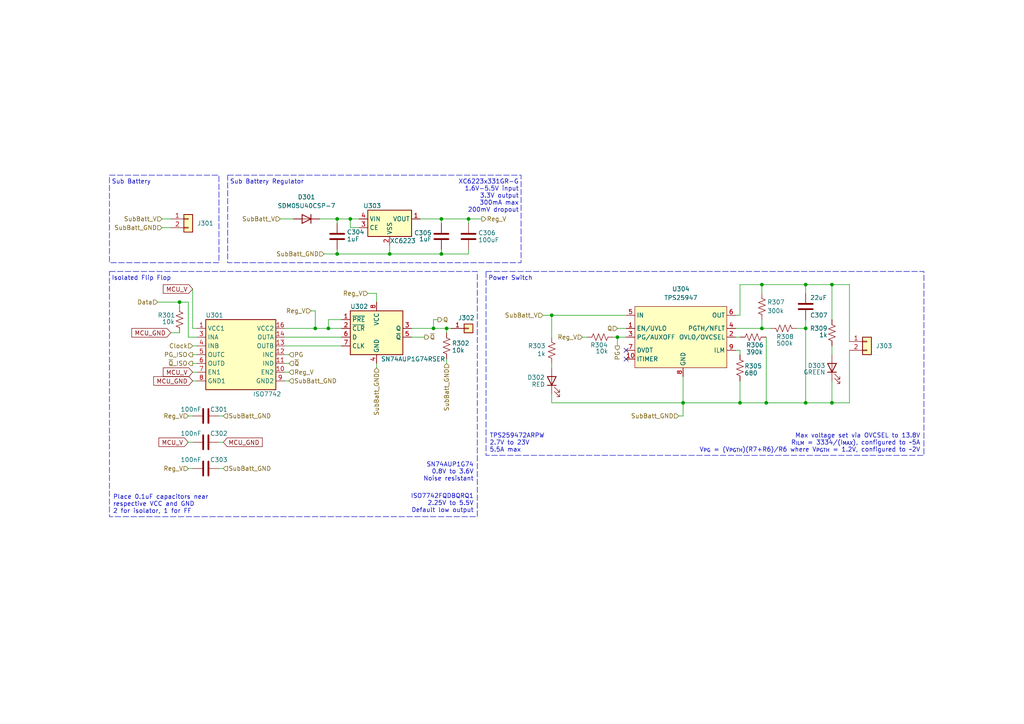
<source format=kicad_sch>
(kicad_sch
	(version 20250114)
	(generator "eeschema")
	(generator_version "9.0")
	(uuid "4e0d2c94-231e-48ec-8f9d-ad97c9025705")
	(paper "A4")
	(title_block
		(title "BAGEL Switch MK1")
		(date "2025-12-02")
		(rev "A")
		(company "Illinois Space Society")
		(comment 3 "Thomas McManamen, Chethan Karandikar")
		(comment 4 "Contributors: Lucas Lessard, Pranav Bala, Peter Karlos, Charlie Plater, Kevin Zhao, ")
	)
	(lib_symbols
		(symbol "Connector_Generic:Conn_01x01"
			(pin_names
				(offset 1.016)
				(hide yes)
			)
			(exclude_from_sim no)
			(in_bom yes)
			(on_board yes)
			(property "Reference" "J"
				(at 0 2.54 0)
				(effects
					(font
						(size 1.27 1.27)
					)
				)
			)
			(property "Value" "Conn_01x01"
				(at 0 -2.54 0)
				(effects
					(font
						(size 1.27 1.27)
					)
				)
			)
			(property "Footprint" ""
				(at 0 0 0)
				(effects
					(font
						(size 1.27 1.27)
					)
					(hide yes)
				)
			)
			(property "Datasheet" "~"
				(at 0 0 0)
				(effects
					(font
						(size 1.27 1.27)
					)
					(hide yes)
				)
			)
			(property "Description" "Generic connector, single row, 01x01, script generated (kicad-library-utils/schlib/autogen/connector/)"
				(at 0 0 0)
				(effects
					(font
						(size 1.27 1.27)
					)
					(hide yes)
				)
			)
			(property "ki_keywords" "connector"
				(at 0 0 0)
				(effects
					(font
						(size 1.27 1.27)
					)
					(hide yes)
				)
			)
			(property "ki_fp_filters" "Connector*:*_1x??_*"
				(at 0 0 0)
				(effects
					(font
						(size 1.27 1.27)
					)
					(hide yes)
				)
			)
			(symbol "Conn_01x01_1_1"
				(rectangle
					(start -1.27 1.27)
					(end 1.27 -1.27)
					(stroke
						(width 0.254)
						(type default)
					)
					(fill
						(type background)
					)
				)
				(rectangle
					(start -1.27 0.127)
					(end 0 -0.127)
					(stroke
						(width 0.1524)
						(type default)
					)
					(fill
						(type none)
					)
				)
				(pin passive line
					(at -5.08 0 0)
					(length 3.81)
					(name "Pin_1"
						(effects
							(font
								(size 1.27 1.27)
							)
						)
					)
					(number "1"
						(effects
							(font
								(size 1.27 1.27)
							)
						)
					)
				)
			)
			(embedded_fonts no)
		)
		(symbol "Connector_Generic:Conn_01x02"
			(pin_names
				(offset 1.016)
				(hide yes)
			)
			(exclude_from_sim no)
			(in_bom yes)
			(on_board yes)
			(property "Reference" "J"
				(at 0 2.54 0)
				(effects
					(font
						(size 1.27 1.27)
					)
				)
			)
			(property "Value" "Conn_01x02"
				(at 0 -5.08 0)
				(effects
					(font
						(size 1.27 1.27)
					)
				)
			)
			(property "Footprint" ""
				(at 0 0 0)
				(effects
					(font
						(size 1.27 1.27)
					)
					(hide yes)
				)
			)
			(property "Datasheet" "~"
				(at 0 0 0)
				(effects
					(font
						(size 1.27 1.27)
					)
					(hide yes)
				)
			)
			(property "Description" "Generic connector, single row, 01x02, script generated (kicad-library-utils/schlib/autogen/connector/)"
				(at 0 0 0)
				(effects
					(font
						(size 1.27 1.27)
					)
					(hide yes)
				)
			)
			(property "ki_keywords" "connector"
				(at 0 0 0)
				(effects
					(font
						(size 1.27 1.27)
					)
					(hide yes)
				)
			)
			(property "ki_fp_filters" "Connector*:*_1x??_*"
				(at 0 0 0)
				(effects
					(font
						(size 1.27 1.27)
					)
					(hide yes)
				)
			)
			(symbol "Conn_01x02_1_1"
				(rectangle
					(start -1.27 1.27)
					(end 1.27 -3.81)
					(stroke
						(width 0.254)
						(type default)
					)
					(fill
						(type background)
					)
				)
				(rectangle
					(start -1.27 0.127)
					(end 0 -0.127)
					(stroke
						(width 0.1524)
						(type default)
					)
					(fill
						(type none)
					)
				)
				(rectangle
					(start -1.27 -2.413)
					(end 0 -2.667)
					(stroke
						(width 0.1524)
						(type default)
					)
					(fill
						(type none)
					)
				)
				(pin passive line
					(at -5.08 0 0)
					(length 3.81)
					(name "Pin_1"
						(effects
							(font
								(size 1.27 1.27)
							)
						)
					)
					(number "1"
						(effects
							(font
								(size 1.27 1.27)
							)
						)
					)
				)
				(pin passive line
					(at -5.08 -2.54 0)
					(length 3.81)
					(name "Pin_2"
						(effects
							(font
								(size 1.27 1.27)
							)
						)
					)
					(number "2"
						(effects
							(font
								(size 1.27 1.27)
							)
						)
					)
				)
			)
			(embedded_fonts no)
		)
		(symbol "Device:C"
			(pin_numbers
				(hide yes)
			)
			(pin_names
				(offset 0.254)
			)
			(exclude_from_sim no)
			(in_bom yes)
			(on_board yes)
			(property "Reference" "C"
				(at 0.635 2.54 0)
				(effects
					(font
						(size 1.27 1.27)
					)
					(justify left)
				)
			)
			(property "Value" "C"
				(at 0.635 -2.54 0)
				(effects
					(font
						(size 1.27 1.27)
					)
					(justify left)
				)
			)
			(property "Footprint" ""
				(at 0.9652 -3.81 0)
				(effects
					(font
						(size 1.27 1.27)
					)
					(hide yes)
				)
			)
			(property "Datasheet" "~"
				(at 0 0 0)
				(effects
					(font
						(size 1.27 1.27)
					)
					(hide yes)
				)
			)
			(property "Description" "Unpolarized capacitor"
				(at 0 0 0)
				(effects
					(font
						(size 1.27 1.27)
					)
					(hide yes)
				)
			)
			(property "ki_keywords" "cap capacitor"
				(at 0 0 0)
				(effects
					(font
						(size 1.27 1.27)
					)
					(hide yes)
				)
			)
			(property "ki_fp_filters" "C_*"
				(at 0 0 0)
				(effects
					(font
						(size 1.27 1.27)
					)
					(hide yes)
				)
			)
			(symbol "C_0_1"
				(polyline
					(pts
						(xy -2.032 0.762) (xy 2.032 0.762)
					)
					(stroke
						(width 0.508)
						(type default)
					)
					(fill
						(type none)
					)
				)
				(polyline
					(pts
						(xy -2.032 -0.762) (xy 2.032 -0.762)
					)
					(stroke
						(width 0.508)
						(type default)
					)
					(fill
						(type none)
					)
				)
			)
			(symbol "C_1_1"
				(pin passive line
					(at 0 3.81 270)
					(length 2.794)
					(name "~"
						(effects
							(font
								(size 1.27 1.27)
							)
						)
					)
					(number "1"
						(effects
							(font
								(size 1.27 1.27)
							)
						)
					)
				)
				(pin passive line
					(at 0 -3.81 90)
					(length 2.794)
					(name "~"
						(effects
							(font
								(size 1.27 1.27)
							)
						)
					)
					(number "2"
						(effects
							(font
								(size 1.27 1.27)
							)
						)
					)
				)
			)
			(embedded_fonts no)
		)
		(symbol "Device:LED"
			(pin_numbers
				(hide yes)
			)
			(pin_names
				(offset 1.016)
				(hide yes)
			)
			(exclude_from_sim no)
			(in_bom yes)
			(on_board yes)
			(property "Reference" "D"
				(at 0 2.54 0)
				(effects
					(font
						(size 1.27 1.27)
					)
				)
			)
			(property "Value" "LED"
				(at 0 -2.54 0)
				(effects
					(font
						(size 1.27 1.27)
					)
				)
			)
			(property "Footprint" ""
				(at 0 0 0)
				(effects
					(font
						(size 1.27 1.27)
					)
					(hide yes)
				)
			)
			(property "Datasheet" "~"
				(at 0 0 0)
				(effects
					(font
						(size 1.27 1.27)
					)
					(hide yes)
				)
			)
			(property "Description" "Light emitting diode"
				(at 0 0 0)
				(effects
					(font
						(size 1.27 1.27)
					)
					(hide yes)
				)
			)
			(property "Sim.Pins" "1=K 2=A"
				(at 0 0 0)
				(effects
					(font
						(size 1.27 1.27)
					)
					(hide yes)
				)
			)
			(property "ki_keywords" "LED diode"
				(at 0 0 0)
				(effects
					(font
						(size 1.27 1.27)
					)
					(hide yes)
				)
			)
			(property "ki_fp_filters" "LED* LED_SMD:* LED_THT:*"
				(at 0 0 0)
				(effects
					(font
						(size 1.27 1.27)
					)
					(hide yes)
				)
			)
			(symbol "LED_0_1"
				(polyline
					(pts
						(xy -3.048 -0.762) (xy -4.572 -2.286) (xy -3.81 -2.286) (xy -4.572 -2.286) (xy -4.572 -1.524)
					)
					(stroke
						(width 0)
						(type default)
					)
					(fill
						(type none)
					)
				)
				(polyline
					(pts
						(xy -1.778 -0.762) (xy -3.302 -2.286) (xy -2.54 -2.286) (xy -3.302 -2.286) (xy -3.302 -1.524)
					)
					(stroke
						(width 0)
						(type default)
					)
					(fill
						(type none)
					)
				)
				(polyline
					(pts
						(xy -1.27 0) (xy 1.27 0)
					)
					(stroke
						(width 0)
						(type default)
					)
					(fill
						(type none)
					)
				)
				(polyline
					(pts
						(xy -1.27 -1.27) (xy -1.27 1.27)
					)
					(stroke
						(width 0.254)
						(type default)
					)
					(fill
						(type none)
					)
				)
				(polyline
					(pts
						(xy 1.27 -1.27) (xy 1.27 1.27) (xy -1.27 0) (xy 1.27 -1.27)
					)
					(stroke
						(width 0.254)
						(type default)
					)
					(fill
						(type none)
					)
				)
			)
			(symbol "LED_1_1"
				(pin passive line
					(at -3.81 0 0)
					(length 2.54)
					(name "K"
						(effects
							(font
								(size 1.27 1.27)
							)
						)
					)
					(number "1"
						(effects
							(font
								(size 1.27 1.27)
							)
						)
					)
				)
				(pin passive line
					(at 3.81 0 180)
					(length 2.54)
					(name "A"
						(effects
							(font
								(size 1.27 1.27)
							)
						)
					)
					(number "2"
						(effects
							(font
								(size 1.27 1.27)
							)
						)
					)
				)
			)
			(embedded_fonts no)
		)
		(symbol "Device:R_US"
			(pin_numbers
				(hide yes)
			)
			(pin_names
				(offset 0)
			)
			(exclude_from_sim no)
			(in_bom yes)
			(on_board yes)
			(property "Reference" "R"
				(at 2.54 0 90)
				(effects
					(font
						(size 1.27 1.27)
					)
				)
			)
			(property "Value" "R_US"
				(at -2.54 0 90)
				(effects
					(font
						(size 1.27 1.27)
					)
				)
			)
			(property "Footprint" ""
				(at 1.016 -0.254 90)
				(effects
					(font
						(size 1.27 1.27)
					)
					(hide yes)
				)
			)
			(property "Datasheet" "~"
				(at 0 0 0)
				(effects
					(font
						(size 1.27 1.27)
					)
					(hide yes)
				)
			)
			(property "Description" "Resistor, US symbol"
				(at 0 0 0)
				(effects
					(font
						(size 1.27 1.27)
					)
					(hide yes)
				)
			)
			(property "ki_keywords" "R res resistor"
				(at 0 0 0)
				(effects
					(font
						(size 1.27 1.27)
					)
					(hide yes)
				)
			)
			(property "ki_fp_filters" "R_*"
				(at 0 0 0)
				(effects
					(font
						(size 1.27 1.27)
					)
					(hide yes)
				)
			)
			(symbol "R_US_0_1"
				(polyline
					(pts
						(xy 0 2.286) (xy 0 2.54)
					)
					(stroke
						(width 0)
						(type default)
					)
					(fill
						(type none)
					)
				)
				(polyline
					(pts
						(xy 0 2.286) (xy 1.016 1.905) (xy 0 1.524) (xy -1.016 1.143) (xy 0 0.762)
					)
					(stroke
						(width 0)
						(type default)
					)
					(fill
						(type none)
					)
				)
				(polyline
					(pts
						(xy 0 0.762) (xy 1.016 0.381) (xy 0 0) (xy -1.016 -0.381) (xy 0 -0.762)
					)
					(stroke
						(width 0)
						(type default)
					)
					(fill
						(type none)
					)
				)
				(polyline
					(pts
						(xy 0 -0.762) (xy 1.016 -1.143) (xy 0 -1.524) (xy -1.016 -1.905) (xy 0 -2.286)
					)
					(stroke
						(width 0)
						(type default)
					)
					(fill
						(type none)
					)
				)
				(polyline
					(pts
						(xy 0 -2.286) (xy 0 -2.54)
					)
					(stroke
						(width 0)
						(type default)
					)
					(fill
						(type none)
					)
				)
			)
			(symbol "R_US_1_1"
				(pin passive line
					(at 0 3.81 270)
					(length 1.27)
					(name "~"
						(effects
							(font
								(size 1.27 1.27)
							)
						)
					)
					(number "1"
						(effects
							(font
								(size 1.27 1.27)
							)
						)
					)
				)
				(pin passive line
					(at 0 -3.81 90)
					(length 1.27)
					(name "~"
						(effects
							(font
								(size 1.27 1.27)
							)
						)
					)
					(number "2"
						(effects
							(font
								(size 1.27 1.27)
							)
						)
					)
				)
			)
			(embedded_fonts no)
		)
		(symbol "Diode:1N4148WT"
			(pin_numbers
				(hide yes)
			)
			(pin_names
				(hide yes)
			)
			(exclude_from_sim no)
			(in_bom yes)
			(on_board yes)
			(property "Reference" "D"
				(at 0 2.54 0)
				(effects
					(font
						(size 1.27 1.27)
					)
				)
			)
			(property "Value" "1N4148WT"
				(at 0 -2.54 0)
				(effects
					(font
						(size 1.27 1.27)
					)
				)
			)
			(property "Footprint" "Diode_SMD:D_SOD-523"
				(at 0 -4.445 0)
				(effects
					(font
						(size 1.27 1.27)
					)
					(hide yes)
				)
			)
			(property "Datasheet" "https://www.diodes.com/assets/Datasheets/ds30396.pdf"
				(at 0 0 0)
				(effects
					(font
						(size 1.27 1.27)
					)
					(hide yes)
				)
			)
			(property "Description" "75V 0.15A Fast switching Diode, SOD-523"
				(at 0 0 0)
				(effects
					(font
						(size 1.27 1.27)
					)
					(hide yes)
				)
			)
			(property "Sim.Device" "D"
				(at 0 0 0)
				(effects
					(font
						(size 1.27 1.27)
					)
					(hide yes)
				)
			)
			(property "Sim.Pins" "1=K 2=A"
				(at 0 0 0)
				(effects
					(font
						(size 1.27 1.27)
					)
					(hide yes)
				)
			)
			(property "ki_keywords" "diode"
				(at 0 0 0)
				(effects
					(font
						(size 1.27 1.27)
					)
					(hide yes)
				)
			)
			(property "ki_fp_filters" "D*SOD?523*"
				(at 0 0 0)
				(effects
					(font
						(size 1.27 1.27)
					)
					(hide yes)
				)
			)
			(symbol "1N4148WT_0_1"
				(polyline
					(pts
						(xy -1.27 1.27) (xy -1.27 -1.27)
					)
					(stroke
						(width 0.254)
						(type default)
					)
					(fill
						(type none)
					)
				)
				(polyline
					(pts
						(xy 1.27 1.27) (xy 1.27 -1.27) (xy -1.27 0) (xy 1.27 1.27)
					)
					(stroke
						(width 0.254)
						(type default)
					)
					(fill
						(type none)
					)
				)
				(polyline
					(pts
						(xy 1.27 0) (xy -1.27 0)
					)
					(stroke
						(width 0)
						(type default)
					)
					(fill
						(type none)
					)
				)
			)
			(symbol "1N4148WT_1_1"
				(pin passive line
					(at -3.81 0 0)
					(length 2.54)
					(name "K"
						(effects
							(font
								(size 1.27 1.27)
							)
						)
					)
					(number "1"
						(effects
							(font
								(size 1.27 1.27)
							)
						)
					)
				)
				(pin passive line
					(at 3.81 0 180)
					(length 2.54)
					(name "A"
						(effects
							(font
								(size 1.27 1.27)
							)
						)
					)
					(number "2"
						(effects
							(font
								(size 1.27 1.27)
							)
						)
					)
				)
			)
			(embedded_fonts no)
		)
		(symbol "Isolator_Texas:ISO7742"
			(exclude_from_sim no)
			(in_bom yes)
			(on_board yes)
			(property "Reference" "U"
				(at -10.16 11.43 0)
				(effects
					(font
						(size 1.27 1.27)
					)
				)
			)
			(property "Value" "ISO7742"
				(at 6.35 -11.43 0)
				(effects
					(font
						(size 1.27 1.27)
					)
				)
			)
			(property "Footprint" "Package_SO:SSOP-16_3.9x4.9mm_P0.635mm"
				(at 0 -22.86 0)
				(effects
					(font
						(size 1.27 1.27)
						(italic yes)
					)
					(hide yes)
				)
			)
			(property "Datasheet" "https://www.ti.com/lit/ds/symlink/iso7742-q1.pdf"
				(at 0 -22.86 0)
				(effects
					(font
						(size 1.27 1.27)
						(italic yes)
					)
					(hide yes)
				)
			)
			(property "Description" "High-Speed, Robust-EMC Reinforced and Basic Quad-Channel Digital Isolator, SSOP-16"
				(at 0 -22.86 0)
				(effects
					(font
						(size 1.27 1.27)
					)
					(hide yes)
				)
			)
			(property "ki_keywords" "ISO7742 High-Speed Robust-EMC Reinforced and Basic Quad-Channel Digital"
				(at 0 0 0)
				(effects
					(font
						(size 1.27 1.27)
					)
					(hide yes)
				)
			)
			(property "ki_fp_filters" "DBQ16_TEX DBQ16_TEX-M DBQ16_TEX-L"
				(at 0 0 0)
				(effects
					(font
						(size 1.27 1.27)
					)
					(hide yes)
				)
			)
			(symbol "ISO7742_0_1"
				(pin input line
					(at -12.7 5.08 0)
					(length 2.54)
					(name "INA"
						(effects
							(font
								(size 1.27 1.27)
							)
						)
					)
					(number "3"
						(effects
							(font
								(size 1.27 1.27)
							)
						)
					)
				)
				(pin input line
					(at -12.7 2.54 0)
					(length 2.54)
					(name "INB"
						(effects
							(font
								(size 1.27 1.27)
							)
						)
					)
					(number "4"
						(effects
							(font
								(size 1.27 1.27)
							)
						)
					)
				)
				(pin output line
					(at -12.7 -2.54 0)
					(length 2.54)
					(name "OUTD"
						(effects
							(font
								(size 1.27 1.27)
							)
						)
					)
					(number "6"
						(effects
							(font
								(size 1.27 1.27)
							)
						)
					)
				)
				(pin input line
					(at -12.7 -5.08 0)
					(length 2.54)
					(name "EN1"
						(effects
							(font
								(size 1.27 1.27)
							)
						)
					)
					(number "7"
						(effects
							(font
								(size 1.27 1.27)
							)
						)
					)
				)
				(pin power_in line
					(at -12.7 -7.62 0)
					(length 2.54)
					(hide yes)
					(name "GND1"
						(effects
							(font
								(size 1.27 1.27)
							)
						)
					)
					(number "2"
						(effects
							(font
								(size 1.27 1.27)
							)
						)
					)
				)
				(pin power_in line
					(at -12.7 -7.62 0)
					(length 2.54)
					(name "GND1"
						(effects
							(font
								(size 1.27 1.27)
							)
						)
					)
					(number "8"
						(effects
							(font
								(size 1.27 1.27)
							)
						)
					)
				)
				(pin power_in line
					(at 12.7 7.62 180)
					(length 2.54)
					(name "VCC2"
						(effects
							(font
								(size 1.27 1.27)
							)
						)
					)
					(number "16"
						(effects
							(font
								(size 1.27 1.27)
							)
						)
					)
				)
				(pin output line
					(at 12.7 5.08 180)
					(length 2.54)
					(name "OUTA"
						(effects
							(font
								(size 1.27 1.27)
							)
						)
					)
					(number "14"
						(effects
							(font
								(size 1.27 1.27)
							)
						)
					)
				)
				(pin output line
					(at 12.7 2.54 180)
					(length 2.54)
					(name "OUTB"
						(effects
							(font
								(size 1.27 1.27)
							)
						)
					)
					(number "13"
						(effects
							(font
								(size 1.27 1.27)
							)
						)
					)
				)
				(pin input line
					(at 12.7 -2.54 180)
					(length 2.54)
					(name "IND"
						(effects
							(font
								(size 1.27 1.27)
							)
						)
					)
					(number "11"
						(effects
							(font
								(size 1.27 1.27)
							)
						)
					)
				)
				(pin input line
					(at 12.7 -5.08 180)
					(length 2.54)
					(name "EN2"
						(effects
							(font
								(size 1.27 1.27)
							)
						)
					)
					(number "10"
						(effects
							(font
								(size 1.27 1.27)
							)
						)
					)
				)
				(pin power_in line
					(at 12.7 -7.62 180)
					(length 2.54)
					(name "GND2"
						(effects
							(font
								(size 1.27 1.27)
							)
						)
					)
					(number "9"
						(effects
							(font
								(size 1.27 1.27)
							)
						)
					)
				)
			)
			(symbol "ISO7742_1_1"
				(rectangle
					(start -10.16 10.16)
					(end 10.16 -10.16)
					(stroke
						(width 0.254)
						(type default)
					)
					(fill
						(type background)
					)
				)
				(pin power_in line
					(at -12.7 7.62 0)
					(length 2.54)
					(name "VCC1"
						(effects
							(font
								(size 1.27 1.27)
							)
						)
					)
					(number "1"
						(effects
							(font
								(size 1.27 1.27)
							)
						)
					)
				)
				(pin output line
					(at -12.7 0 0)
					(length 2.54)
					(name "OUTC"
						(effects
							(font
								(size 1.27 1.27)
							)
						)
					)
					(number "5"
						(effects
							(font
								(size 1.27 1.27)
							)
						)
					)
				)
				(pin input line
					(at 12.7 0 180)
					(length 2.54)
					(name "INC"
						(effects
							(font
								(size 1.27 1.27)
							)
						)
					)
					(number "12"
						(effects
							(font
								(size 1.27 1.27)
							)
						)
					)
				)
				(pin passive line
					(at 12.7 -7.62 180)
					(length 2.54)
					(hide yes)
					(name "GND2"
						(effects
							(font
								(size 1.27 1.27)
							)
						)
					)
					(number "15"
						(effects
							(font
								(size 1.27 1.27)
							)
						)
					)
				)
			)
			(embedded_fonts no)
		)
		(symbol "Power_eFuse:TPS25947"
			(exclude_from_sim no)
			(in_bom yes)
			(on_board yes)
			(property "Reference" "U"
				(at -13.97 10.16 0)
				(effects
					(font
						(size 1.27 1.27)
					)
				)
			)
			(property "Value" "TPS25947"
				(at 8.255 10.16 0)
				(effects
					(font
						(size 1.27 1.27)
					)
				)
			)
			(property "Footprint" "Package_VQFN:VQFN-HR-RPW0010A"
				(at 0 -17.78 0)
				(effects
					(font
						(size 1.27 1.27)
					)
					(hide yes)
				)
			)
			(property "Datasheet" "https://www.ti.com/lit/ds/symlink/tps25947.pdf"
				(at 0 -20.32 0)
				(effects
					(font
						(size 1.27 1.27)
					)
					(hide yes)
				)
			)
			(property "Description" "2.7V - 23V, 5.5A, 28mOhm, eFuse, Reversue Current and Polarity Blocking, Current Limiting, VQFN-HR"
				(at 0 0 0)
				(effects
					(font
						(size 1.27 1.27)
					)
					(hide yes)
				)
			)
			(property "ki_keywords" "2.7V - 23V 5.5A 28mOhm eFuse Reversue Current and Polarity Blocking Current Limiting VQFN-HR"
				(at 0 0 0)
				(effects
					(font
						(size 1.27 1.27)
					)
					(hide yes)
				)
			)
			(symbol "TPS25947_0_0"
				(pin power_in line
					(at -16.51 6.35 0)
					(length 2.54)
					(name "IN"
						(effects
							(font
								(size 1.27 1.27)
							)
						)
					)
					(number "5"
						(effects
							(font
								(size 1.27 1.27)
							)
						)
					)
				)
				(pin input line
					(at -16.51 2.54 0)
					(length 2.54)
					(name "EN/UVLO"
						(effects
							(font
								(size 1.27 1.27)
							)
						)
					)
					(number "1"
						(effects
							(font
								(size 1.27 1.27)
							)
						)
					)
				)
				(pin output line
					(at -16.51 0 0)
					(length 2.54)
					(name "PG/AUXOFF"
						(effects
							(font
								(size 1.27 1.27)
							)
						)
					)
					(number "3"
						(effects
							(font
								(size 1.27 1.27)
							)
						)
					)
				)
				(pin output line
					(at -16.51 -3.81 0)
					(length 2.54)
					(name "DVDT"
						(effects
							(font
								(size 1.27 1.27)
							)
						)
					)
					(number "7"
						(effects
							(font
								(size 1.27 1.27)
							)
						)
					)
				)
				(pin output line
					(at -16.51 -6.35 0)
					(length 2.54)
					(name "ITIMER"
						(effects
							(font
								(size 1.27 1.27)
							)
						)
					)
					(number "10"
						(effects
							(font
								(size 1.27 1.27)
							)
						)
					)
				)
				(pin input line
					(at 0 -11.43 90)
					(length 2.54)
					(name "GND"
						(effects
							(font
								(size 1.27 1.27)
							)
						)
					)
					(number "8"
						(effects
							(font
								(size 1.27 1.27)
							)
						)
					)
				)
				(pin power_out line
					(at 15.24 6.35 180)
					(length 2.54)
					(name "OUT"
						(effects
							(font
								(size 1.27 1.27)
							)
						)
					)
					(number "6"
						(effects
							(font
								(size 1.27 1.27)
							)
						)
					)
				)
				(pin bidirectional line
					(at 15.24 2.54 180)
					(length 2.54)
					(name "PGTH/NFLT"
						(effects
							(font
								(size 1.27 1.27)
							)
						)
					)
					(number "4"
						(effects
							(font
								(size 1.27 1.27)
							)
						)
					)
				)
				(pin input line
					(at 15.24 0 180)
					(length 2.54)
					(name "OVLO/OVCSEL"
						(effects
							(font
								(size 1.27 1.27)
							)
						)
					)
					(number "2"
						(effects
							(font
								(size 1.27 1.27)
							)
						)
					)
				)
				(pin output line
					(at 15.24 -3.81 180)
					(length 2.54)
					(name "ILM"
						(effects
							(font
								(size 1.27 1.27)
							)
						)
					)
					(number "9"
						(effects
							(font
								(size 1.27 1.27)
							)
						)
					)
				)
			)
			(symbol "TPS25947_0_1"
				(rectangle
					(start -13.97 8.89)
					(end 12.7 -8.89)
					(stroke
						(width 0)
						(type default)
					)
					(fill
						(type background)
					)
				)
			)
			(embedded_fonts no)
		)
		(symbol "Regulator_Torex:XC6223"
			(exclude_from_sim no)
			(in_bom yes)
			(on_board yes)
			(property "Reference" "U"
				(at -5.08 3.81 0)
				(effects
					(font
						(size 1.27 1.27)
					)
				)
			)
			(property "Value" "XC6223"
				(at 6.35 -6.35 0)
				(effects
					(font
						(size 1.27 1.27)
					)
				)
			)
			(property "Footprint" "Regulator_Torex:Torex_USP-4"
				(at 0 -22.86 0)
				(effects
					(font
						(size 1.27 1.27)
					)
					(hide yes)
				)
			)
			(property "Datasheet" "https://product.torexsemi.com/system/files/series/xc6223.pdf"
				(at 26.67 -194.92 0)
				(effects
					(font
						(size 1.27 1.27)
					)
					(justify left top)
					(hide yes)
				)
			)
			(property "Description" "300mA High Speed LDO Voltage Regulator"
				(at 0 -22.86 0)
				(effects
					(font
						(size 1.27 1.27)
					)
					(hide yes)
				)
			)
			(property "ki_keywords" "XC6223 300mA High Speed LDO Voltage Regulator"
				(at 0 0 0)
				(effects
					(font
						(size 1.27 1.27)
					)
					(hide yes)
				)
			)
			(symbol "XC6223_1_1"
				(rectangle
					(start -5.08 2.54)
					(end 7.62 -5.08)
					(stroke
						(width 0.254)
						(type default)
					)
					(fill
						(type background)
					)
				)
				(pin passive line
					(at -7.62 0 0)
					(length 2.54)
					(name "VIN"
						(effects
							(font
								(size 1.27 1.27)
							)
						)
					)
					(number "4"
						(effects
							(font
								(size 1.27 1.27)
							)
						)
					)
				)
				(pin passive line
					(at -7.62 -2.54 0)
					(length 2.54)
					(name "CE"
						(effects
							(font
								(size 1.27 1.27)
							)
						)
					)
					(number "3"
						(effects
							(font
								(size 1.27 1.27)
							)
						)
					)
				)
				(pin passive line
					(at 1.27 -7.62 90)
					(length 2.54)
					(name "VSS"
						(effects
							(font
								(size 1.27 1.27)
							)
						)
					)
					(number "2"
						(effects
							(font
								(size 1.27 1.27)
							)
						)
					)
				)
				(pin passive line
					(at 1.27 -7.62 90)
					(length 2.54)
					(hide yes)
					(name "EP"
						(effects
							(font
								(size 1.27 1.27)
							)
						)
					)
					(number "5"
						(effects
							(font
								(size 1.27 1.27)
							)
						)
					)
				)
				(pin passive line
					(at 10.16 0 180)
					(length 2.54)
					(name "VOUT"
						(effects
							(font
								(size 1.27 1.27)
							)
						)
					)
					(number "1"
						(effects
							(font
								(size 1.27 1.27)
							)
						)
					)
				)
			)
			(embedded_fonts no)
		)
		(symbol "Texas_Logic:SN74AUP1G74RSER"
			(exclude_from_sim no)
			(in_bom yes)
			(on_board yes)
			(property "Reference" "U"
				(at -10.16 7.62 0)
				(effects
					(font
						(size 1.27 1.27)
					)
				)
			)
			(property "Value" "SN74AUP1G74RSER"
				(at 10.16 -7.62 0)
				(effects
					(font
						(size 1.27 1.27)
					)
				)
			)
			(property "Footprint" "Package_UFQN:UQFN-RSE0008A"
				(at 26.67 -87.3 0)
				(effects
					(font
						(size 1.27 1.27)
					)
					(justify left top)
					(hide yes)
				)
			)
			(property "Datasheet" "https://www.ti.com/lit/ds/symlink/sn74aup1g74.pdf"
				(at 26.67 -187.3 0)
				(effects
					(font
						(size 1.27 1.27)
					)
					(justify left top)
					(hide yes)
				)
			)
			(property "Description" "Low-Power Single Positive-Edge-Triggered D-Type Flip-Flop With Clear and Preset, UQFN-8"
				(at 0 -25.4 0)
				(effects
					(font
						(size 1.27 1.27)
					)
					(hide yes)
				)
			)
			(property "ki_keywords" "SN74AUP1G74RSER Low-Power Single Positive-Edge-Triggered D-Type Flip-Flop With Clear and Preset"
				(at 0 0 0)
				(effects
					(font
						(size 1.27 1.27)
					)
					(hide yes)
				)
			)
			(symbol "SN74AUP1G74RSER_1_1"
				(rectangle
					(start -7.62 6.35)
					(end 7.62 -6.35)
					(stroke
						(width 0.254)
						(type default)
					)
					(fill
						(type background)
					)
				)
				(pin passive line
					(at -10.16 3.81 0)
					(length 2.54)
					(name "~{PRE}"
						(effects
							(font
								(size 1.27 1.27)
							)
						)
					)
					(number "1"
						(effects
							(font
								(size 1.27 1.27)
							)
						)
					)
				)
				(pin passive line
					(at -10.16 1.27 0)
					(length 2.54)
					(name "~{CLR}"
						(effects
							(font
								(size 1.27 1.27)
							)
						)
					)
					(number "2"
						(effects
							(font
								(size 1.27 1.27)
							)
						)
					)
				)
				(pin passive line
					(at -10.16 -1.27 0)
					(length 2.54)
					(name "D"
						(effects
							(font
								(size 1.27 1.27)
							)
						)
					)
					(number "6"
						(effects
							(font
								(size 1.27 1.27)
							)
						)
					)
				)
				(pin passive line
					(at -10.16 -3.81 0)
					(length 2.54)
					(name "CLK"
						(effects
							(font
								(size 1.27 1.27)
							)
						)
					)
					(number "7"
						(effects
							(font
								(size 1.27 1.27)
							)
						)
					)
				)
				(pin passive line
					(at 0 8.89 270)
					(length 2.54)
					(name "VCC"
						(effects
							(font
								(size 1.27 1.27)
							)
						)
					)
					(number "8"
						(effects
							(font
								(size 1.27 1.27)
							)
						)
					)
				)
				(pin passive line
					(at 0 -8.89 90)
					(length 2.54)
					(name "GND"
						(effects
							(font
								(size 1.27 1.27)
							)
						)
					)
					(number "4"
						(effects
							(font
								(size 1.27 1.27)
							)
						)
					)
				)
				(pin passive line
					(at 10.16 1.27 180)
					(length 2.54)
					(name "Q"
						(effects
							(font
								(size 1.27 1.27)
							)
						)
					)
					(number "3"
						(effects
							(font
								(size 1.27 1.27)
							)
						)
					)
				)
				(pin passive line
					(at 10.16 -1.27 180)
					(length 2.54)
					(name "~{Q}"
						(effects
							(font
								(size 1.27 1.27)
							)
						)
					)
					(number "5"
						(effects
							(font
								(size 1.27 1.27)
							)
						)
					)
				)
			)
			(embedded_fonts no)
		)
	)
	(rectangle
		(start 140.97 78.74)
		(end 267.97 132.08)
		(stroke
			(width 0)
			(type dash)
		)
		(fill
			(type none)
		)
		(uuid 04c78363-eb11-4432-8bda-350f1a63b899)
	)
	(rectangle
		(start 31.75 78.74)
		(end 138.43 149.86)
		(stroke
			(width 0)
			(type dash)
		)
		(fill
			(type none)
		)
		(uuid 2b0c377b-1415-4ab4-8e4b-a5fa73663f7e)
	)
	(rectangle
		(start 31.75 50.8)
		(end 63.5 76.2)
		(stroke
			(width 0)
			(type dash)
		)
		(fill
			(type none)
		)
		(uuid 7e3a86b6-d14a-4764-b3e2-4cf0b7ade202)
	)
	(rectangle
		(start 66.04 50.8)
		(end 151.13 76.2)
		(stroke
			(width 0)
			(type dash)
		)
		(fill
			(type none)
		)
		(uuid a1766b1e-1fdb-490f-bb52-911c4f06eeca)
	)
	(text "ISO7742FQDBQRQ1\n2.25V to 5.5V\nDefault low output"
		(exclude_from_sim no)
		(at 137.414 146.05 0)
		(effects
			(font
				(size 1.27 1.27)
			)
			(justify right)
		)
		(uuid "04e24f40-4d6e-4e40-b287-a649d1af5d62")
	)
	(text "Sub Battery Regulator"
		(exclude_from_sim no)
		(at 66.675 52.07 0)
		(effects
			(font
				(size 1.27 1.27)
			)
			(justify left top)
		)
		(uuid "6dd98754-5611-4b88-8712-e47802f961ea")
	)
	(text "Place 0.1uF capacitors near\nrespective VCC and GND\n2 for isolator, 1 for FF"
		(exclude_from_sim no)
		(at 32.766 146.304 0)
		(effects
			(font
				(size 1.27 1.27)
			)
			(justify left)
		)
		(uuid "76576106-690a-4469-9c1f-cc38618fb7c2")
	)
	(text "Isolated Flip Flop\n"
		(exclude_from_sim no)
		(at 32.385 80.01 0)
		(effects
			(font
				(size 1.27 1.27)
			)
			(justify left top)
		)
		(uuid "8944e2cc-1eb1-4d79-a2a1-7cc4fec57498")
	)
	(text "Sub Battery"
		(exclude_from_sim no)
		(at 32.385 52.07 0)
		(effects
			(font
				(size 1.27 1.27)
			)
			(justify left top)
		)
		(uuid "942f1d0b-dfb7-43e4-b033-58e043729235")
	)
	(text "Max voltage set via OVCSEL to 13.8V\nR_{ILM} = 3334/(I_{MAX}), configured to ~5A\nV_{PG} = (V_{PGTH})(R7+R6)/R6 where V_{PGTH} = 1.2V, configured to ~2V"
		(exclude_from_sim no)
		(at 266.954 125.73 0)
		(effects
			(font
				(size 1.27 1.27)
			)
			(justify right top)
		)
		(uuid "a86872a3-095c-4436-b2e1-9c17cceff661")
	)
	(text "Power Switch"
		(exclude_from_sim no)
		(at 141.605 80.01 0)
		(effects
			(font
				(size 1.27 1.27)
			)
			(justify left top)
		)
		(uuid "c74387ed-29d0-48fe-b93b-7a916fbcb058")
	)
	(text "XC6223x331GR-G\n1.6V-5.5V input\n3.3V output\n300mA max\n200mV dropout"
		(exclude_from_sim no)
		(at 150.495 52.07 0)
		(effects
			(font
				(size 1.27 1.27)
			)
			(justify right top)
		)
		(uuid "d899a155-bfea-4ea7-8710-2d276825f9b8")
	)
	(text "TPS259472ARPW\n2.7V to 23V\n5.5A max"
		(exclude_from_sim no)
		(at 141.986 128.524 0)
		(effects
			(font
				(size 1.27 1.27)
			)
			(justify left)
		)
		(uuid "e586b410-9bd3-45f8-98a3-b9b12bd841fb")
	)
	(text "SN74AUP1G74\n0.8V to 3.6V\nNoise resistant"
		(exclude_from_sim no)
		(at 137.414 136.906 0)
		(effects
			(font
				(size 1.27 1.27)
			)
			(justify right)
		)
		(uuid "e7c29ba3-5e39-44ee-9efa-555deda6b643")
	)
	(junction
		(at 125.73 95.25)
		(diameter 0)
		(color 0 0 0 0)
		(uuid "0ad708f0-70a2-4f8a-a3a8-2eedf77d77a1")
	)
	(junction
		(at 113.03 73.66)
		(diameter 0)
		(color 0 0 0 0)
		(uuid "147c6b80-ee38-465d-8d7a-2ce4416c6036")
	)
	(junction
		(at 160.02 91.44)
		(diameter 0)
		(color 0 0 0 0)
		(uuid "14a3f8ce-4837-4294-9b92-caef011e67bd")
	)
	(junction
		(at 198.12 116.84)
		(diameter 0)
		(color 0 0 0 0)
		(uuid "15e694d4-4161-4b89-948c-62e5f4f00b0f")
	)
	(junction
		(at 241.3 82.55)
		(diameter 0)
		(color 0 0 0 0)
		(uuid "29a81d60-d23f-4be2-b261-9ae0f18b2fce")
	)
	(junction
		(at 101.6 63.5)
		(diameter 0)
		(color 0 0 0 0)
		(uuid "31bc550a-c5a7-42a5-a48e-5cacf962e0d7")
	)
	(junction
		(at 220.98 82.55)
		(diameter 0)
		(color 0 0 0 0)
		(uuid "39fba18c-e5d8-4823-88fa-db28033dbad2")
	)
	(junction
		(at 233.68 116.84)
		(diameter 0)
		(color 0 0 0 0)
		(uuid "4cf755a5-6b81-4a2f-aa2e-d421d1c13fd2")
	)
	(junction
		(at 233.68 82.55)
		(diameter 0)
		(color 0 0 0 0)
		(uuid "5309673f-1d49-48f6-8858-9de5a9e7c70f")
	)
	(junction
		(at 97.79 73.66)
		(diameter 0)
		(color 0 0 0 0)
		(uuid "6390834c-5bf6-4bc3-a7c4-d3301d6a0a3d")
	)
	(junction
		(at 222.25 116.84)
		(diameter 0)
		(color 0 0 0 0)
		(uuid "7805290b-041f-4578-9208-3e06f7e4e556")
	)
	(junction
		(at 241.3 116.84)
		(diameter 0)
		(color 0 0 0 0)
		(uuid "78f43ed9-1b21-40ea-97e8-1d9e278b2bd7")
	)
	(junction
		(at 95.25 95.25)
		(diameter 0)
		(color 0 0 0 0)
		(uuid "7cb3d63a-ad32-4367-b8b0-668a37d54828")
	)
	(junction
		(at 220.98 95.25)
		(diameter 0)
		(color 0 0 0 0)
		(uuid "7f8aa665-8d1d-4dda-8b8f-abcd2b5421b8")
	)
	(junction
		(at 214.63 116.84)
		(diameter 0)
		(color 0 0 0 0)
		(uuid "80a5e75d-bacf-430e-83fd-7f0db2641fdf")
	)
	(junction
		(at 135.89 63.5)
		(diameter 0)
		(color 0 0 0 0)
		(uuid "80ee362a-1968-4840-9274-64927c608ddf")
	)
	(junction
		(at 97.79 63.5)
		(diameter 0)
		(color 0 0 0 0)
		(uuid "a4f87e00-6678-4b5b-b796-56b645c2ffeb")
	)
	(junction
		(at 128.016 63.5)
		(diameter 0)
		(color 0 0 0 0)
		(uuid "a6c1b5fb-02ed-49bc-8367-671af3448ed8")
	)
	(junction
		(at 52.07 87.63)
		(diameter 0)
		(color 0 0 0 0)
		(uuid "aa3f0951-a21a-4648-9522-39c5b7d55924")
	)
	(junction
		(at 179.07 97.79)
		(diameter 0)
		(color 0 0 0 0)
		(uuid "ab88e3e5-7a94-47e9-9669-b719bc6a47c0")
	)
	(junction
		(at 128.016 73.66)
		(diameter 0)
		(color 0 0 0 0)
		(uuid "b19512de-ab44-4d00-a395-a2742470a424")
	)
	(junction
		(at 91.44 95.25)
		(diameter 0)
		(color 0 0 0 0)
		(uuid "e66ea47f-2f84-40f5-9ffd-80454f4ec599")
	)
	(junction
		(at 129.54 95.25)
		(diameter 0)
		(color 0 0 0 0)
		(uuid "f0299e8b-8b42-4442-b83e-b5e4b7a712b5")
	)
	(junction
		(at 233.68 95.25)
		(diameter 0)
		(color 0 0 0 0)
		(uuid "fe3f5b29-65e4-4ed1-a0f2-2cc4dc315fd2")
	)
	(no_connect
		(at 181.61 104.14)
		(uuid "4e26f172-a931-4b82-aac5-c32395fdce70")
	)
	(no_connect
		(at 181.61 101.6)
		(uuid "76c7b2e7-6baa-4018-9d66-5a20c9eb9a1b")
	)
	(wire
		(pts
			(xy 177.8 97.79) (xy 179.07 97.79)
		)
		(stroke
			(width 0)
			(type default)
		)
		(uuid "024135d6-9b22-48ca-b49f-348e1684a9aa")
	)
	(wire
		(pts
			(xy 54.61 87.63) (xy 54.61 97.79)
		)
		(stroke
			(width 0)
			(type default)
		)
		(uuid "042628eb-0ce0-485c-b33c-64c5fed2f1a9")
	)
	(wire
		(pts
			(xy 55.88 110.49) (xy 57.15 110.49)
		)
		(stroke
			(width 0)
			(type default)
		)
		(uuid "04b8e321-25d4-4ee8-b2d9-bd9be1cbf596")
	)
	(wire
		(pts
			(xy 90.17 90.17) (xy 91.44 90.17)
		)
		(stroke
			(width 0)
			(type default)
		)
		(uuid "05c89db3-be87-47ef-b05d-86a7152e8b3b")
	)
	(wire
		(pts
			(xy 46.99 63.5) (xy 49.53 63.5)
		)
		(stroke
			(width 0)
			(type default)
		)
		(uuid "06876c24-f9a0-4e6f-bf5d-0346629defd8")
	)
	(wire
		(pts
			(xy 241.3 82.55) (xy 241.3 92.71)
		)
		(stroke
			(width 0)
			(type default)
		)
		(uuid "0a0fb811-7cb7-472a-80a6-98ef615401ef")
	)
	(wire
		(pts
			(xy 81.28 63.5) (xy 85.09 63.5)
		)
		(stroke
			(width 0)
			(type default)
		)
		(uuid "0b71e2d8-fb73-439b-bf0c-eed84cd50698")
	)
	(wire
		(pts
			(xy 179.07 95.25) (xy 181.61 95.25)
		)
		(stroke
			(width 0)
			(type default)
		)
		(uuid "0d295cba-f4ad-4911-8bb2-038715200b3d")
	)
	(wire
		(pts
			(xy 198.12 109.22) (xy 198.12 116.84)
		)
		(stroke
			(width 0)
			(type default)
		)
		(uuid "0d5ef1aa-a3af-47ab-883a-7e2a541ef0b0")
	)
	(wire
		(pts
			(xy 220.98 92.71) (xy 220.98 95.25)
		)
		(stroke
			(width 0)
			(type default)
		)
		(uuid "0dba6ca2-4888-475e-a4b4-9cea5044990a")
	)
	(wire
		(pts
			(xy 113.03 73.66) (xy 128.016 73.66)
		)
		(stroke
			(width 0)
			(type default)
		)
		(uuid "0e8fb4ed-4495-4662-81ca-c6bdaf952d52")
	)
	(wire
		(pts
			(xy 233.68 92.71) (xy 233.68 95.25)
		)
		(stroke
			(width 0)
			(type default)
		)
		(uuid "0f598bc7-0e76-41c7-b08e-f1d85c075f1c")
	)
	(wire
		(pts
			(xy 214.63 116.84) (xy 222.25 116.84)
		)
		(stroke
			(width 0)
			(type default)
		)
		(uuid "0ff5824f-fb0c-4424-92ee-f04353ac5123")
	)
	(wire
		(pts
			(xy 82.55 100.33) (xy 99.06 100.33)
		)
		(stroke
			(width 0)
			(type default)
		)
		(uuid "12c39e35-9f10-49db-a54e-30175233ba6a")
	)
	(wire
		(pts
			(xy 101.6 66.04) (xy 104.14 66.04)
		)
		(stroke
			(width 0)
			(type default)
		)
		(uuid "1801babe-11d1-4253-a9ec-4a27466071ba")
	)
	(wire
		(pts
			(xy 168.91 97.79) (xy 170.18 97.79)
		)
		(stroke
			(width 0)
			(type default)
		)
		(uuid "1a302833-0ab3-4ead-871a-6ee0e57f1c9e")
	)
	(wire
		(pts
			(xy 52.07 87.63) (xy 52.07 88.9)
		)
		(stroke
			(width 0)
			(type default)
		)
		(uuid "1e86c0ca-539e-4d0c-9797-40892eb67a22")
	)
	(wire
		(pts
			(xy 214.63 91.44) (xy 214.63 82.55)
		)
		(stroke
			(width 0)
			(type default)
		)
		(uuid "2005287c-58ff-412b-9eab-e8c411b0975a")
	)
	(wire
		(pts
			(xy 125.73 95.25) (xy 129.54 95.25)
		)
		(stroke
			(width 0)
			(type default)
		)
		(uuid "2270b69e-579e-4565-93ac-bb014eeaf1b8")
	)
	(wire
		(pts
			(xy 231.14 95.25) (xy 233.68 95.25)
		)
		(stroke
			(width 0)
			(type default)
		)
		(uuid "249609e1-8048-4f5d-a213-5cc7fcdbd60a")
	)
	(wire
		(pts
			(xy 129.54 95.25) (xy 130.81 95.25)
		)
		(stroke
			(width 0)
			(type default)
		)
		(uuid "24967592-b597-4150-860e-10ca0ceaaca5")
	)
	(wire
		(pts
			(xy 52.07 87.63) (xy 54.61 87.63)
		)
		(stroke
			(width 0)
			(type default)
		)
		(uuid "24a41603-d9e4-4f1e-8aa3-6630e8dad9b2")
	)
	(wire
		(pts
			(xy 82.55 102.87) (xy 83.82 102.87)
		)
		(stroke
			(width 0)
			(type default)
		)
		(uuid "2673433e-8eaf-476d-9421-f11533ed6e79")
	)
	(wire
		(pts
			(xy 160.02 116.84) (xy 198.12 116.84)
		)
		(stroke
			(width 0)
			(type default)
		)
		(uuid "286db632-f96a-4d93-9dee-d6c5dcfae691")
	)
	(wire
		(pts
			(xy 97.79 72.39) (xy 97.79 73.66)
		)
		(stroke
			(width 0)
			(type default)
		)
		(uuid "2ddf21e9-7be4-481d-97a6-cd88c5b81252")
	)
	(wire
		(pts
			(xy 196.85 120.65) (xy 198.12 120.65)
		)
		(stroke
			(width 0)
			(type default)
		)
		(uuid "2e1457e8-dcd0-4d7e-b6d1-9ad1c1f39159")
	)
	(wire
		(pts
			(xy 233.68 82.55) (xy 233.68 85.09)
		)
		(stroke
			(width 0)
			(type default)
		)
		(uuid "2e8f3e40-42fe-4de6-a2bf-d2d541fa80c1")
	)
	(wire
		(pts
			(xy 91.44 90.17) (xy 91.44 95.25)
		)
		(stroke
			(width 0)
			(type default)
		)
		(uuid "2ee30968-1583-4bc9-835f-6845028a857a")
	)
	(wire
		(pts
			(xy 246.38 101.6) (xy 246.38 116.84)
		)
		(stroke
			(width 0)
			(type default)
		)
		(uuid "2f1c8547-af30-45b0-8785-e36fc06a7581")
	)
	(wire
		(pts
			(xy 91.44 95.25) (xy 95.25 95.25)
		)
		(stroke
			(width 0)
			(type default)
		)
		(uuid "31a86956-8303-4db3-b1cf-d88d2fdf56c2")
	)
	(wire
		(pts
			(xy 82.55 107.95) (xy 83.82 107.95)
		)
		(stroke
			(width 0)
			(type default)
		)
		(uuid "3305698c-fe34-463c-b863-1cc5ff6b4cf0")
	)
	(wire
		(pts
			(xy 82.55 110.49) (xy 83.82 110.49)
		)
		(stroke
			(width 0)
			(type default)
		)
		(uuid "35c96078-3ef6-4451-851b-cc22e98937e5")
	)
	(wire
		(pts
			(xy 135.89 63.5) (xy 128.016 63.5)
		)
		(stroke
			(width 0)
			(type default)
		)
		(uuid "3728d4b3-d47e-43d4-95fa-2d5463137195")
	)
	(wire
		(pts
			(xy 241.3 82.55) (xy 246.38 82.55)
		)
		(stroke
			(width 0)
			(type default)
		)
		(uuid "37336cdc-1cb3-4a75-ba39-da0af3ec3c7a")
	)
	(wire
		(pts
			(xy 55.88 100.33) (xy 57.15 100.33)
		)
		(stroke
			(width 0)
			(type default)
		)
		(uuid "374eb082-101f-4245-b305-304aa2dcfd32")
	)
	(wire
		(pts
			(xy 113.03 71.12) (xy 113.03 73.66)
		)
		(stroke
			(width 0)
			(type default)
		)
		(uuid "38d2ee8f-0f4f-4cd5-a92c-c9eeffab0c9e")
	)
	(wire
		(pts
			(xy 97.79 73.66) (xy 113.03 73.66)
		)
		(stroke
			(width 0)
			(type default)
		)
		(uuid "3953e2cd-3d45-492d-99ec-cb3b0c0f852f")
	)
	(wire
		(pts
			(xy 220.98 95.25) (xy 223.52 95.25)
		)
		(stroke
			(width 0)
			(type default)
		)
		(uuid "39ba8697-963b-4334-a618-a474b8cfcaa6")
	)
	(wire
		(pts
			(xy 95.25 95.25) (xy 95.25 92.71)
		)
		(stroke
			(width 0)
			(type default)
		)
		(uuid "3d6d4575-290a-4544-ad14-cab30b9359b0")
	)
	(wire
		(pts
			(xy 233.68 82.55) (xy 241.3 82.55)
		)
		(stroke
			(width 0)
			(type default)
		)
		(uuid "3dc7bfc7-3c1c-48cd-80f3-a521f604c353")
	)
	(wire
		(pts
			(xy 233.68 95.25) (xy 233.68 116.84)
		)
		(stroke
			(width 0)
			(type default)
		)
		(uuid "40ec5bd6-e8bc-4893-b6a0-4ded4f13f9d1")
	)
	(wire
		(pts
			(xy 214.63 91.44) (xy 213.36 91.44)
		)
		(stroke
			(width 0)
			(type default)
		)
		(uuid "44719d50-fee5-4245-91cd-ba38d6a139c4")
	)
	(wire
		(pts
			(xy 55.88 105.41) (xy 57.15 105.41)
		)
		(stroke
			(width 0)
			(type default)
		)
		(uuid "44fd91d3-63fd-4257-8c8e-22fc08cb167b")
	)
	(wire
		(pts
			(xy 214.63 101.6) (xy 214.63 102.87)
		)
		(stroke
			(width 0)
			(type default)
		)
		(uuid "47d25924-2e30-4b96-a06b-1ea443aa878b")
	)
	(wire
		(pts
			(xy 82.55 105.41) (xy 83.82 105.41)
		)
		(stroke
			(width 0)
			(type default)
		)
		(uuid "496d3797-9d3b-4895-8185-0ce907f541da")
	)
	(wire
		(pts
			(xy 198.12 120.65) (xy 198.12 116.84)
		)
		(stroke
			(width 0)
			(type default)
		)
		(uuid "4c7d223c-3f9f-48ac-842c-306d6738d582")
	)
	(wire
		(pts
			(xy 54.61 135.89) (xy 55.88 135.89)
		)
		(stroke
			(width 0)
			(type default)
		)
		(uuid "4cc39f61-3495-4555-b566-62a8f0da45fa")
	)
	(wire
		(pts
			(xy 55.88 107.95) (xy 57.15 107.95)
		)
		(stroke
			(width 0)
			(type default)
		)
		(uuid "4dc74286-27c7-4ad9-b059-c46d238d6cd1")
	)
	(wire
		(pts
			(xy 95.25 92.71) (xy 99.06 92.71)
		)
		(stroke
			(width 0)
			(type default)
		)
		(uuid "523189d8-6107-4746-92be-6a324673a5ea")
	)
	(wire
		(pts
			(xy 233.68 116.84) (xy 241.3 116.84)
		)
		(stroke
			(width 0)
			(type default)
		)
		(uuid "554f2228-2b68-4a44-b2e9-a64443e1f7fb")
	)
	(wire
		(pts
			(xy 119.38 95.25) (xy 125.73 95.25)
		)
		(stroke
			(width 0)
			(type default)
		)
		(uuid "59c84f49-7d6f-4f3f-be4a-7dba82d6fd3f")
	)
	(wire
		(pts
			(xy 64.77 120.65) (xy 63.5 120.65)
		)
		(stroke
			(width 0)
			(type default)
		)
		(uuid "5af8b79d-c769-44c9-a1b7-000d24b20197")
	)
	(wire
		(pts
			(xy 55.88 102.87) (xy 57.15 102.87)
		)
		(stroke
			(width 0)
			(type default)
		)
		(uuid "5d05d213-6869-4ba6-a39f-f40c60c285d8")
	)
	(wire
		(pts
			(xy 241.3 100.33) (xy 241.3 102.87)
		)
		(stroke
			(width 0)
			(type default)
		)
		(uuid "5e9ef9ff-d296-4612-8f2b-1768a1c277da")
	)
	(wire
		(pts
			(xy 214.63 110.49) (xy 214.63 116.84)
		)
		(stroke
			(width 0)
			(type default)
		)
		(uuid "5ea21e93-ec9a-4a83-97a7-0b7186f9ae33")
	)
	(wire
		(pts
			(xy 241.3 116.84) (xy 241.3 110.49)
		)
		(stroke
			(width 0)
			(type default)
		)
		(uuid "5f454a5c-3ef8-45fa-8fd6-134e102f9bc0")
	)
	(wire
		(pts
			(xy 160.02 91.44) (xy 157.48 91.44)
		)
		(stroke
			(width 0)
			(type default)
		)
		(uuid "61839265-bd59-4b11-b157-ea0c0099c43b")
	)
	(wire
		(pts
			(xy 49.53 96.52) (xy 52.07 96.52)
		)
		(stroke
			(width 0)
			(type default)
		)
		(uuid "63573f9b-f661-45d2-a4d0-c3df84457cd8")
	)
	(wire
		(pts
			(xy 179.07 97.79) (xy 181.61 97.79)
		)
		(stroke
			(width 0)
			(type default)
		)
		(uuid "656ca002-47ac-46cc-99b7-4f10166e441b")
	)
	(wire
		(pts
			(xy 160.02 114.3) (xy 160.02 116.84)
		)
		(stroke
			(width 0)
			(type default)
		)
		(uuid "66bb49aa-b1a8-4ed8-b748-82883d7b6607")
	)
	(wire
		(pts
			(xy 128.016 63.5) (xy 128.016 64.77)
		)
		(stroke
			(width 0)
			(type default)
		)
		(uuid "6a339c09-b9ff-4985-9305-eb31c4a8493d")
	)
	(wire
		(pts
			(xy 46.99 66.04) (xy 49.53 66.04)
		)
		(stroke
			(width 0)
			(type default)
		)
		(uuid "6bc8ee19-401e-4c47-8fa1-2745bea0a631")
	)
	(wire
		(pts
			(xy 106.68 85.09) (xy 109.22 85.09)
		)
		(stroke
			(width 0)
			(type default)
		)
		(uuid "709324fe-dcdb-4494-8e4d-2156b93012d6")
	)
	(wire
		(pts
			(xy 54.61 128.27) (xy 55.88 128.27)
		)
		(stroke
			(width 0)
			(type default)
		)
		(uuid "720e7d4d-b429-4902-8076-5463082e7f29")
	)
	(wire
		(pts
			(xy 135.89 73.66) (xy 128.016 73.66)
		)
		(stroke
			(width 0)
			(type default)
		)
		(uuid "77f16c6e-4eab-4ca4-b543-f36934bb57b1")
	)
	(wire
		(pts
			(xy 125.73 95.25) (xy 125.73 92.71)
		)
		(stroke
			(width 0)
			(type default)
		)
		(uuid "78dc695b-e78a-4804-b59e-7a1d26155a4f")
	)
	(wire
		(pts
			(xy 64.77 128.27) (xy 63.5 128.27)
		)
		(stroke
			(width 0)
			(type default)
		)
		(uuid "79122b57-a221-4640-9aa3-979cdfe8b1f4")
	)
	(wire
		(pts
			(xy 54.61 97.79) (xy 57.15 97.79)
		)
		(stroke
			(width 0)
			(type default)
		)
		(uuid "79283401-c2ad-4b8b-b6e6-d949db996ed4")
	)
	(wire
		(pts
			(xy 139.7 63.5) (xy 135.89 63.5)
		)
		(stroke
			(width 0)
			(type default)
		)
		(uuid "7ddd83c3-6ed0-4108-97d3-65ec970ef902")
	)
	(wire
		(pts
			(xy 119.38 97.79) (xy 123.19 97.79)
		)
		(stroke
			(width 0)
			(type default)
		)
		(uuid "7f37e116-c1b9-4e7f-920b-8da1614e8f02")
	)
	(wire
		(pts
			(xy 135.89 64.77) (xy 135.89 63.5)
		)
		(stroke
			(width 0)
			(type default)
		)
		(uuid "8472c3e5-e377-4165-baa2-ffc12d11a1cd")
	)
	(wire
		(pts
			(xy 55.88 83.82) (xy 55.88 95.25)
		)
		(stroke
			(width 0)
			(type default)
		)
		(uuid "84c1107a-4c68-4bf8-9969-c063c0a4f807")
	)
	(wire
		(pts
			(xy 160.02 105.41) (xy 160.02 106.68)
		)
		(stroke
			(width 0)
			(type default)
		)
		(uuid "8d3c969b-5b19-40e3-bdef-8f04376f8400")
	)
	(wire
		(pts
			(xy 179.07 97.79) (xy 179.07 100.33)
		)
		(stroke
			(width 0)
			(type default)
		)
		(uuid "8e424602-8601-4d88-98ba-ea4a75878478")
	)
	(wire
		(pts
			(xy 55.88 95.25) (xy 57.15 95.25)
		)
		(stroke
			(width 0)
			(type default)
		)
		(uuid "91b42809-8f9f-41d0-82c7-d83f3183d967")
	)
	(wire
		(pts
			(xy 241.3 116.84) (xy 246.38 116.84)
		)
		(stroke
			(width 0)
			(type default)
		)
		(uuid "926b910f-f3c9-484b-801f-b81a375f16df")
	)
	(wire
		(pts
			(xy 54.61 120.65) (xy 55.88 120.65)
		)
		(stroke
			(width 0)
			(type default)
		)
		(uuid "932d9a79-c369-4d54-9c95-fba4f10661a0")
	)
	(wire
		(pts
			(xy 128.016 72.39) (xy 128.016 73.66)
		)
		(stroke
			(width 0)
			(type default)
		)
		(uuid "95db6420-1a1d-40b4-837a-0c94bb656918")
	)
	(wire
		(pts
			(xy 97.79 63.5) (xy 97.79 64.77)
		)
		(stroke
			(width 0)
			(type default)
		)
		(uuid "96638cf7-e057-41f0-ad53-956158d7e6e1")
	)
	(wire
		(pts
			(xy 246.38 82.55) (xy 246.38 99.06)
		)
		(stroke
			(width 0)
			(type default)
		)
		(uuid "976eb1f8-ae98-422d-943f-03ee4ea6c7d1")
	)
	(wire
		(pts
			(xy 97.79 63.5) (xy 101.6 63.5)
		)
		(stroke
			(width 0)
			(type default)
		)
		(uuid "988f496c-29a4-4b67-9f80-7a38101a7095")
	)
	(wire
		(pts
			(xy 95.25 95.25) (xy 99.06 95.25)
		)
		(stroke
			(width 0)
			(type default)
		)
		(uuid "98a19c70-931b-4292-a4e2-bd91055b5aca")
	)
	(wire
		(pts
			(xy 160.02 91.44) (xy 181.61 91.44)
		)
		(stroke
			(width 0)
			(type default)
		)
		(uuid "98e17d50-46f1-4de5-b7e2-2e9e057cbffe")
	)
	(wire
		(pts
			(xy 222.25 97.79) (xy 222.25 116.84)
		)
		(stroke
			(width 0)
			(type default)
		)
		(uuid "9d04a140-e1e9-437a-aa5b-1b61693da076")
	)
	(wire
		(pts
			(xy 121.92 63.5) (xy 128.016 63.5)
		)
		(stroke
			(width 0)
			(type default)
		)
		(uuid "a0bc7524-3be9-478c-b0e8-dbd971f1191a")
	)
	(wire
		(pts
			(xy 109.22 106.68) (xy 109.22 105.41)
		)
		(stroke
			(width 0)
			(type default)
		)
		(uuid "a2e9ab9e-8b61-4f27-ba0a-8da053475abe")
	)
	(wire
		(pts
			(xy 220.98 82.55) (xy 220.98 85.09)
		)
		(stroke
			(width 0)
			(type default)
		)
		(uuid "a97252e4-68ad-4dde-b789-ac090841d33c")
	)
	(wire
		(pts
			(xy 64.77 135.89) (xy 63.5 135.89)
		)
		(stroke
			(width 0)
			(type default)
		)
		(uuid "aa3c6c94-9fba-4d9a-91df-8a77ce849492")
	)
	(wire
		(pts
			(xy 129.54 104.14) (xy 129.54 105.41)
		)
		(stroke
			(width 0)
			(type default)
		)
		(uuid "abc55c5a-8cc7-42ea-a2ff-2b17c9fc681f")
	)
	(wire
		(pts
			(xy 93.98 73.66) (xy 97.79 73.66)
		)
		(stroke
			(width 0)
			(type default)
		)
		(uuid "ac00843a-3efd-46d0-9532-9a0652b37e7a")
	)
	(wire
		(pts
			(xy 213.36 97.79) (xy 214.63 97.79)
		)
		(stroke
			(width 0)
			(type default)
		)
		(uuid "afa1290d-05c1-43f4-b4f2-1391ad2d488d")
	)
	(wire
		(pts
			(xy 109.22 85.09) (xy 109.22 87.63)
		)
		(stroke
			(width 0)
			(type default)
		)
		(uuid "b3d065b1-e9cc-4e83-bdef-a9e6876d1c99")
	)
	(wire
		(pts
			(xy 213.36 95.25) (xy 220.98 95.25)
		)
		(stroke
			(width 0)
			(type default)
		)
		(uuid "b45d840d-8d1f-4f3b-83ba-17777ad7dd29")
	)
	(wire
		(pts
			(xy 45.72 87.63) (xy 52.07 87.63)
		)
		(stroke
			(width 0)
			(type default)
		)
		(uuid "bcbd133b-f447-4399-88f6-63109d070a9b")
	)
	(wire
		(pts
			(xy 214.63 82.55) (xy 220.98 82.55)
		)
		(stroke
			(width 0)
			(type default)
		)
		(uuid "befbdf20-7106-4bf2-b7a8-1dd199840fe9")
	)
	(wire
		(pts
			(xy 222.25 116.84) (xy 233.68 116.84)
		)
		(stroke
			(width 0)
			(type default)
		)
		(uuid "c382d750-cf19-4d82-a87b-caed26ff7a8d")
	)
	(wire
		(pts
			(xy 129.54 96.52) (xy 129.54 95.25)
		)
		(stroke
			(width 0)
			(type default)
		)
		(uuid "c68be9ca-4fbd-45a4-9732-42da1b94b07a")
	)
	(wire
		(pts
			(xy 220.98 82.55) (xy 233.68 82.55)
		)
		(stroke
			(width 0)
			(type default)
		)
		(uuid "d0dc2471-9ef3-41b3-b3eb-54a3dfed581b")
	)
	(wire
		(pts
			(xy 92.71 63.5) (xy 97.79 63.5)
		)
		(stroke
			(width 0)
			(type default)
		)
		(uuid "d237f86b-7c7a-4263-b3a2-e5472b9073db")
	)
	(wire
		(pts
			(xy 101.6 63.5) (xy 101.6 66.04)
		)
		(stroke
			(width 0)
			(type default)
		)
		(uuid "d9222332-75fa-4e7b-b756-75f9071941c1")
	)
	(wire
		(pts
			(xy 213.36 101.6) (xy 214.63 101.6)
		)
		(stroke
			(width 0)
			(type default)
		)
		(uuid "e7533c5d-c7e1-4511-af33-5056a26de53c")
	)
	(wire
		(pts
			(xy 82.55 95.25) (xy 91.44 95.25)
		)
		(stroke
			(width 0)
			(type default)
		)
		(uuid "e84cc4c4-e2fb-41a2-af40-0018ce455f5e")
	)
	(wire
		(pts
			(xy 82.55 97.79) (xy 99.06 97.79)
		)
		(stroke
			(width 0)
			(type default)
		)
		(uuid "ec5ae9c9-8313-4cf7-a273-ac1c7d747a75")
	)
	(wire
		(pts
			(xy 160.02 91.44) (xy 160.02 97.79)
		)
		(stroke
			(width 0)
			(type default)
		)
		(uuid "ee2efc27-8267-442b-aa55-53bc97ba7218")
	)
	(wire
		(pts
			(xy 101.6 63.5) (xy 104.14 63.5)
		)
		(stroke
			(width 0)
			(type default)
		)
		(uuid "f0248b05-104e-438a-92ce-fcc84ebd4293")
	)
	(wire
		(pts
			(xy 125.73 92.71) (xy 127 92.71)
		)
		(stroke
			(width 0)
			(type default)
		)
		(uuid "f648d8f5-2cd8-434b-aa5c-f4e1850933d4")
	)
	(wire
		(pts
			(xy 198.12 116.84) (xy 214.63 116.84)
		)
		(stroke
			(width 0)
			(type default)
		)
		(uuid "fdbafa3b-7247-4781-b528-1d1591a72c69")
	)
	(wire
		(pts
			(xy 135.89 72.39) (xy 135.89 73.66)
		)
		(stroke
			(width 0)
			(type default)
		)
		(uuid "fe6aa5dd-4897-43c0-83af-63fc7faf7655")
	)
	(global_label "MCU_GND"
		(shape input)
		(at 55.88 110.49 180)
		(fields_autoplaced yes)
		(effects
			(font
				(size 1.27 1.27)
			)
			(justify right)
		)
		(uuid "30215328-3162-441e-8c80-a6e49154570e")
		(property "Intersheetrefs" "${INTERSHEET_REFS}"
			(at 44.0048 110.49 0)
			(effects
				(font
					(size 1.27 1.27)
				)
				(justify right)
				(hide yes)
			)
		)
	)
	(global_label "MCU_V"
		(shape input)
		(at 54.61 128.27 180)
		(fields_autoplaced yes)
		(effects
			(font
				(size 1.27 1.27)
			)
			(justify right)
		)
		(uuid "9df924f2-e34e-4dd5-8df2-541458f53fa0")
		(property "Intersheetrefs" "${INTERSHEET_REFS}"
			(at 45.5167 128.27 0)
			(effects
				(font
					(size 1.27 1.27)
				)
				(justify right)
				(hide yes)
			)
		)
	)
	(global_label "MCU_GND"
		(shape input)
		(at 49.53 96.52 180)
		(fields_autoplaced yes)
		(effects
			(font
				(size 1.27 1.27)
			)
			(justify right)
		)
		(uuid "b4262a1d-7b78-410f-aa41-059efe832a04")
		(property "Intersheetrefs" "${INTERSHEET_REFS}"
			(at 37.6548 96.52 0)
			(effects
				(font
					(size 1.27 1.27)
				)
				(justify right)
				(hide yes)
			)
		)
	)
	(global_label "MCU_GND"
		(shape input)
		(at 64.77 128.27 0)
		(fields_autoplaced yes)
		(effects
			(font
				(size 1.27 1.27)
			)
			(justify left)
		)
		(uuid "bd5f50c5-6008-40b0-8129-4bb154c2febe")
		(property "Intersheetrefs" "${INTERSHEET_REFS}"
			(at 76.6452 128.27 0)
			(effects
				(font
					(size 1.27 1.27)
				)
				(justify left)
				(hide yes)
			)
		)
	)
	(global_label "MCU_V"
		(shape input)
		(at 55.88 83.82 180)
		(fields_autoplaced yes)
		(effects
			(font
				(size 1.27 1.27)
			)
			(justify right)
		)
		(uuid "c2cdc156-2c4e-4ff7-a22f-3f14355f3728")
		(property "Intersheetrefs" "${INTERSHEET_REFS}"
			(at 46.7867 83.82 0)
			(effects
				(font
					(size 1.27 1.27)
				)
				(justify right)
				(hide yes)
			)
		)
	)
	(global_label "MCU_V"
		(shape input)
		(at 55.88 107.95 180)
		(fields_autoplaced yes)
		(effects
			(font
				(size 1.27 1.27)
			)
			(justify right)
		)
		(uuid "d0e7a160-8659-42ff-936b-0d7c6a9e54cd")
		(property "Intersheetrefs" "${INTERSHEET_REFS}"
			(at 46.7867 107.95 0)
			(effects
				(font
					(size 1.27 1.27)
				)
				(justify right)
				(hide yes)
			)
		)
	)
	(hierarchical_label "Reg_V"
		(shape input)
		(at 168.91 97.79 180)
		(effects
			(font
				(size 1.27 1.27)
			)
			(justify right)
		)
		(uuid "02d2b3f9-71f2-47f9-af65-ebe3c663d471")
	)
	(hierarchical_label "Q"
		(shape output)
		(at 127 92.71 0)
		(effects
			(font
				(size 1.27 1.27)
			)
			(justify left)
		)
		(uuid "0d1f6773-22e7-4359-b569-a18d131109e9")
	)
	(hierarchical_label "SubBatt_GND"
		(shape input)
		(at 196.85 120.65 180)
		(effects
			(font
				(size 1.27 1.27)
			)
			(justify right)
		)
		(uuid "0f5fb26e-aeff-49e4-bcbe-37cb87de3ecb")
	)
	(hierarchical_label "SubBatt_GND"
		(shape input)
		(at 83.82 110.49 0)
		(effects
			(font
				(size 1.27 1.27)
			)
			(justify left)
		)
		(uuid "10613b79-90c6-4612-94e1-60a7a5325d1a")
	)
	(hierarchical_label "Data"
		(shape input)
		(at 45.72 87.63 180)
		(effects
			(font
				(size 1.27 1.27)
			)
			(justify right)
		)
		(uuid "22f192f4-edd0-4c6b-9640-7af542cf23f1")
	)
	(hierarchical_label "SubBatt_V"
		(shape input)
		(at 46.99 63.5 180)
		(effects
			(font
				(size 1.27 1.27)
			)
			(justify right)
		)
		(uuid "39046eb1-0886-4c5c-8377-d47fd2621516")
	)
	(hierarchical_label "~{Q}_ISO"
		(shape output)
		(at 55.88 105.41 180)
		(effects
			(font
				(size 1.27 1.27)
			)
			(justify right)
		)
		(uuid "5b168858-8c92-4f2e-afc8-17bd4025205e")
	)
	(hierarchical_label "~{Q}"
		(shape input)
		(at 83.82 105.41 0)
		(effects
			(font
				(size 1.27 1.27)
			)
			(justify left)
		)
		(uuid "5cce8ec2-e5ca-40d5-837c-0dc0be6228e1")
	)
	(hierarchical_label "SubBatt_V"
		(shape input)
		(at 157.48 91.44 180)
		(effects
			(font
				(size 1.27 1.27)
			)
			(justify right)
		)
		(uuid "630f5a8e-f99f-48bf-9006-5130c86da2be")
	)
	(hierarchical_label "SubBatt_GND"
		(shape input)
		(at 64.77 120.65 0)
		(effects
			(font
				(size 1.27 1.27)
			)
			(justify left)
		)
		(uuid "64364af7-e899-4c28-b30b-328bd9fdf7df")
	)
	(hierarchical_label "SubBatt_GND"
		(shape input)
		(at 46.99 66.04 180)
		(effects
			(font
				(size 1.27 1.27)
			)
			(justify right)
		)
		(uuid "7dad2920-d6fd-4770-a1b7-faa7abfe67a9")
	)
	(hierarchical_label "PG"
		(shape input)
		(at 83.82 102.87 0)
		(effects
			(font
				(size 1.27 1.27)
			)
			(justify left)
		)
		(uuid "8647faf9-c465-48e9-9d12-2a389aa93cd7")
	)
	(hierarchical_label "SubBatt_GND"
		(shape input)
		(at 109.22 106.68 270)
		(effects
			(font
				(size 1.27 1.27)
			)
			(justify right)
		)
		(uuid "86905e10-82e3-496e-8f4d-e8d0e481f6bb")
	)
	(hierarchical_label "Reg_V"
		(shape input)
		(at 83.82 107.95 0)
		(effects
			(font
				(size 1.27 1.27)
			)
			(justify left)
		)
		(uuid "8b4fdce1-0b02-44b1-862f-4a801414e30e")
	)
	(hierarchical_label "PG"
		(shape output)
		(at 179.07 100.33 270)
		(effects
			(font
				(size 1.27 1.27)
			)
			(justify right)
		)
		(uuid "8c7d3586-ea4b-447b-ae22-ef071ecc1535")
	)
	(hierarchical_label "Reg_V"
		(shape input)
		(at 54.61 120.65 180)
		(effects
			(font
				(size 1.27 1.27)
			)
			(justify right)
		)
		(uuid "8d70dab1-36f2-44d2-9fdd-a0b05c229c39")
	)
	(hierarchical_label "SubBatt_V"
		(shape input)
		(at 81.28 63.5 180)
		(effects
			(font
				(size 1.27 1.27)
			)
			(justify right)
		)
		(uuid "99641766-672e-4e39-a38d-866c7248f1b6")
	)
	(hierarchical_label "Reg_V"
		(shape output)
		(at 139.7 63.5 0)
		(effects
			(font
				(size 1.27 1.27)
			)
			(justify left)
		)
		(uuid "b316c33b-b0c4-4d7f-9d54-635cb19be5ab")
	)
	(hierarchical_label "Reg_V"
		(shape input)
		(at 54.61 135.89 180)
		(effects
			(font
				(size 1.27 1.27)
			)
			(justify right)
		)
		(uuid "bddc73f9-54e0-4983-b68e-448ed5fae831")
	)
	(hierarchical_label "Reg_V"
		(shape input)
		(at 106.68 85.09 180)
		(effects
			(font
				(size 1.27 1.27)
			)
			(justify right)
		)
		(uuid "c02de01c-bcf4-4dd9-9873-4d5480620386")
	)
	(hierarchical_label "Q"
		(shape input)
		(at 179.07 95.25 180)
		(effects
			(font
				(size 1.27 1.27)
			)
			(justify right)
		)
		(uuid "c564b48a-7e08-40d2-81da-90a5f508c162")
	)
	(hierarchical_label "SubBatt_GND"
		(shape input)
		(at 129.54 105.41 270)
		(effects
			(font
				(size 1.27 1.27)
			)
			(justify right)
		)
		(uuid "c6d299c8-4efd-4e41-9ca9-6f2d526e20ed")
	)
	(hierarchical_label "PG_ISO"
		(shape output)
		(at 55.88 102.87 180)
		(effects
			(font
				(size 1.27 1.27)
			)
			(justify right)
		)
		(uuid "c731f430-3245-430f-8d04-12396156d992")
	)
	(hierarchical_label "SubBatt_GND"
		(shape input)
		(at 93.98 73.66 180)
		(effects
			(font
				(size 1.27 1.27)
			)
			(justify right)
		)
		(uuid "d0653a3b-922d-4f27-906b-9f0e604e0659")
	)
	(hierarchical_label "Reg_V"
		(shape input)
		(at 90.17 90.17 180)
		(effects
			(font
				(size 1.27 1.27)
			)
			(justify right)
		)
		(uuid "d680bac5-1c88-4eb8-a7c2-6d232be07715")
	)
	(hierarchical_label "Clock"
		(shape input)
		(at 55.88 100.33 180)
		(effects
			(font
				(size 1.27 1.27)
			)
			(justify right)
		)
		(uuid "e257c8b9-1a50-43e2-a055-910a205b1083")
	)
	(hierarchical_label "SubBatt_GND"
		(shape input)
		(at 64.77 135.89 0)
		(effects
			(font
				(size 1.27 1.27)
			)
			(justify left)
		)
		(uuid "e8d5e990-833d-4f7a-86aa-fd1e45b37688")
	)
	(hierarchical_label "~{Q}"
		(shape output)
		(at 123.19 97.79 0)
		(effects
			(font
				(size 1.27 1.27)
			)
			(justify left)
		)
		(uuid "f3369326-e809-46a3-bc8b-5c88c3c0f905")
	)
	(symbol
		(lib_id "Device:C")
		(at 59.69 135.89 90)
		(unit 1)
		(exclude_from_sim no)
		(in_bom yes)
		(on_board yes)
		(dnp no)
		(uuid "069d33b5-ab78-4ca1-89a4-aaf901cf4423")
		(property "Reference" "C203"
			(at 66.04 133.35 90)
			(effects
				(font
					(size 1.27 1.27)
				)
				(justify left)
			)
		)
		(property "Value" "100nF"
			(at 58.42 133.35 90)
			(effects
				(font
					(size 1.27 1.27)
				)
				(justify left)
			)
		)
		(property "Footprint" "Capacitor_SMD:C_0402_1005Metric"
			(at 63.5 134.9248 0)
			(effects
				(font
					(size 1.27 1.27)
				)
				(hide yes)
			)
		)
		(property "Datasheet" "~"
			(at 59.69 135.89 0)
			(effects
				(font
					(size 1.27 1.27)
				)
				(hide yes)
			)
		)
		(property "Description" "Unpolarized capacitor"
			(at 59.69 135.89 0)
			(effects
				(font
					(size 1.27 1.27)
				)
				(hide yes)
			)
		)
		(pin "2"
			(uuid "e6553d27-b153-4920-8615-b214a2d100da")
		)
		(pin "1"
			(uuid "6d4f58db-d4b4-4c7f-88b7-e6114413bb26")
		)
		(instances
			(project "Switch_Board"
				(path "/27fcebe4-2fb8-4847-92ca-f98a7b250261/5d8b581c-145e-4cd8-9f59-da1e8e3cf2cd"
					(reference "C303")
					(unit 1)
				)
				(path "/27fcebe4-2fb8-4847-92ca-f98a7b250261/7923a674-cb41-4172-a4c2-e4426688ef57"
					(reference "C403")
					(unit 1)
				)
				(path "/27fcebe4-2fb8-4847-92ca-f98a7b250261/8e3a5a3f-5101-4844-8ff0-2d449cbf34c4"
					(reference "C203")
					(unit 1)
				)
				(path "/27fcebe4-2fb8-4847-92ca-f98a7b250261/a34819a3-1c54-4738-b213-4368b03e859c"
					(reference "C603")
					(unit 1)
				)
				(path "/27fcebe4-2fb8-4847-92ca-f98a7b250261/daa71602-6a4a-44ae-b7f9-374549044296"
					(reference "C503")
					(unit 1)
				)
				(path "/27fcebe4-2fb8-4847-92ca-f98a7b250261/e6503815-a474-4856-9613-436533fe77fb"
					(reference "C703")
					(unit 1)
				)
			)
		)
	)
	(symbol
		(lib_id "Device:C")
		(at 233.68 88.9 0)
		(unit 1)
		(exclude_from_sim no)
		(in_bom yes)
		(on_board yes)
		(dnp no)
		(uuid "11c7c648-4d11-4928-9f6e-7d7afddda95e")
		(property "Reference" "C207"
			(at 234.95 91.44 0)
			(effects
				(font
					(size 1.27 1.27)
				)
				(justify left)
			)
		)
		(property "Value" "22uF"
			(at 234.95 86.36 0)
			(effects
				(font
					(size 1.27 1.27)
				)
				(justify left)
			)
		)
		(property "Footprint" "Capacitor_SMD:C_0805_2012Metric"
			(at 234.6452 92.71 0)
			(effects
				(font
					(size 1.27 1.27)
				)
				(hide yes)
			)
		)
		(property "Datasheet" "~"
			(at 233.68 88.9 0)
			(effects
				(font
					(size 1.27 1.27)
				)
				(hide yes)
			)
		)
		(property "Description" "Unpolarized capacitor"
			(at 233.68 88.9 0)
			(effects
				(font
					(size 1.27 1.27)
				)
				(hide yes)
			)
		)
		(pin "1"
			(uuid "870cc551-569c-4664-badb-09b854ade27f")
		)
		(pin "2"
			(uuid "40061a09-a778-407f-8644-cdac045f5fba")
		)
		(instances
			(project "Switch_Board"
				(path "/27fcebe4-2fb8-4847-92ca-f98a7b250261/5d8b581c-145e-4cd8-9f59-da1e8e3cf2cd"
					(reference "C307")
					(unit 1)
				)
				(path "/27fcebe4-2fb8-4847-92ca-f98a7b250261/7923a674-cb41-4172-a4c2-e4426688ef57"
					(reference "C407")
					(unit 1)
				)
				(path "/27fcebe4-2fb8-4847-92ca-f98a7b250261/8e3a5a3f-5101-4844-8ff0-2d449cbf34c4"
					(reference "C207")
					(unit 1)
				)
				(path "/27fcebe4-2fb8-4847-92ca-f98a7b250261/a34819a3-1c54-4738-b213-4368b03e859c"
					(reference "C607")
					(unit 1)
				)
				(path "/27fcebe4-2fb8-4847-92ca-f98a7b250261/daa71602-6a4a-44ae-b7f9-374549044296"
					(reference "C507")
					(unit 1)
				)
				(path "/27fcebe4-2fb8-4847-92ca-f98a7b250261/e6503815-a474-4856-9613-436533fe77fb"
					(reference "C707")
					(unit 1)
				)
			)
		)
	)
	(symbol
		(lib_id "Regulator_Torex:XC6223")
		(at 111.76 63.5 0)
		(unit 1)
		(exclude_from_sim no)
		(in_bom yes)
		(on_board yes)
		(dnp no)
		(uuid "11ca07ed-480c-4378-b574-c3b9a438552c")
		(property "Reference" "U203"
			(at 107.95 59.69 0)
			(effects
				(font
					(size 1.27 1.27)
				)
			)
		)
		(property "Value" "XC6223"
			(at 116.84 69.85 0)
			(effects
				(font
					(size 1.27 1.27)
				)
			)
		)
		(property "Footprint" "Regulator_Torex:Torex_USP-4"
			(at 111.76 86.36 0)
			(effects
				(font
					(size 1.27 1.27)
				)
				(hide yes)
			)
		)
		(property "Datasheet" "https://product.torexsemi.com/system/files/series/xc6223.pdf"
			(at 138.43 258.42 0)
			(effects
				(font
					(size 1.27 1.27)
				)
				(justify left top)
				(hide yes)
			)
		)
		(property "Description" "300mA High Speed LDO Voltage Regulator"
			(at 111.76 86.36 0)
			(effects
				(font
					(size 1.27 1.27)
				)
				(hide yes)
			)
		)
		(property "Height" "0.6"
			(at 138.43 458.42 0)
			(effects
				(font
					(size 1.27 1.27)
				)
				(justify left top)
				(hide yes)
			)
		)
		(property "Mouser Part Number" "865-XC6223T331GR-G"
			(at 138.43 558.42 0)
			(effects
				(font
					(size 1.27 1.27)
				)
				(justify left top)
				(hide yes)
			)
		)
		(property "Mouser Price/Stock" "https://www.mouser.co.uk/ProductDetail/Torex-Semiconductor/XC6223T331GR-G?qs=AsjdqWjXhJ9pIYh2kurybQ%3D%3D"
			(at 138.43 658.42 0)
			(effects
				(font
					(size 1.27 1.27)
				)
				(justify left top)
				(hide yes)
			)
		)
		(property "Manufacturer_Name" "Torex"
			(at 138.43 758.42 0)
			(effects
				(font
					(size 1.27 1.27)
				)
				(justify left top)
				(hide yes)
			)
		)
		(property "Manufacturer_Part_Number" "XC6223T331GR-G"
			(at 138.43 858.42 0)
			(effects
				(font
					(size 1.27 1.27)
				)
				(justify left top)
				(hide yes)
			)
		)
		(pin "2"
			(uuid "5135fd06-3e47-4f6a-9a1b-cd8c107110ba")
		)
		(pin "1"
			(uuid "025ebdf0-013e-42e1-93d6-7fd24f926fd8")
		)
		(pin "5"
			(uuid "fe66beb2-8c17-44e3-bc4c-4b5f3a52f1da")
		)
		(pin "4"
			(uuid "68752eab-274b-403f-9a0e-94ad61a71c60")
		)
		(pin "3"
			(uuid "9cbcdfc5-fe2c-42d4-9f0b-ee9650b5ab2d")
		)
		(instances
			(project "Switch_Board"
				(path "/27fcebe4-2fb8-4847-92ca-f98a7b250261/5d8b581c-145e-4cd8-9f59-da1e8e3cf2cd"
					(reference "U303")
					(unit 1)
				)
				(path "/27fcebe4-2fb8-4847-92ca-f98a7b250261/7923a674-cb41-4172-a4c2-e4426688ef57"
					(reference "U403")
					(unit 1)
				)
				(path "/27fcebe4-2fb8-4847-92ca-f98a7b250261/8e3a5a3f-5101-4844-8ff0-2d449cbf34c4"
					(reference "U203")
					(unit 1)
				)
				(path "/27fcebe4-2fb8-4847-92ca-f98a7b250261/a34819a3-1c54-4738-b213-4368b03e859c"
					(reference "U603")
					(unit 1)
				)
				(path "/27fcebe4-2fb8-4847-92ca-f98a7b250261/daa71602-6a4a-44ae-b7f9-374549044296"
					(reference "U503")
					(unit 1)
				)
				(path "/27fcebe4-2fb8-4847-92ca-f98a7b250261/e6503815-a474-4856-9613-436533fe77fb"
					(reference "U703")
					(unit 1)
				)
			)
		)
	)
	(symbol
		(lib_id "Device:R_US")
		(at 218.44 97.79 90)
		(unit 1)
		(exclude_from_sim no)
		(in_bom yes)
		(on_board yes)
		(dnp no)
		(uuid "12a429d6-11dc-4af6-ba74-6142105fb0c7")
		(property "Reference" "R206"
			(at 216.408 100.076 90)
			(effects
				(font
					(size 1.27 1.27)
				)
				(justify right)
			)
		)
		(property "Value" "390k"
			(at 216.408 102.108 90)
			(effects
				(font
					(size 1.27 1.27)
				)
				(justify right)
			)
		)
		(property "Footprint" "Resistor_SMD:R_0402_1005Metric"
			(at 218.694 96.774 90)
			(effects
				(font
					(size 1.27 1.27)
				)
				(hide yes)
			)
		)
		(property "Datasheet" "~"
			(at 218.44 97.79 0)
			(effects
				(font
					(size 1.27 1.27)
				)
				(hide yes)
			)
		)
		(property "Description" "Resistor, US symbol"
			(at 218.44 97.79 0)
			(effects
				(font
					(size 1.27 1.27)
				)
				(hide yes)
			)
		)
		(pin "2"
			(uuid "ffaa18ed-6f8f-4a03-9bec-f708b9afbda6")
		)
		(pin "1"
			(uuid "4d69c4de-c3be-4bed-aa11-34ead9893f94")
		)
		(instances
			(project "Switch_Board"
				(path "/27fcebe4-2fb8-4847-92ca-f98a7b250261/5d8b581c-145e-4cd8-9f59-da1e8e3cf2cd"
					(reference "R306")
					(unit 1)
				)
				(path "/27fcebe4-2fb8-4847-92ca-f98a7b250261/7923a674-cb41-4172-a4c2-e4426688ef57"
					(reference "R406")
					(unit 1)
				)
				(path "/27fcebe4-2fb8-4847-92ca-f98a7b250261/8e3a5a3f-5101-4844-8ff0-2d449cbf34c4"
					(reference "R206")
					(unit 1)
				)
				(path "/27fcebe4-2fb8-4847-92ca-f98a7b250261/a34819a3-1c54-4738-b213-4368b03e859c"
					(reference "R606")
					(unit 1)
				)
				(path "/27fcebe4-2fb8-4847-92ca-f98a7b250261/daa71602-6a4a-44ae-b7f9-374549044296"
					(reference "R506")
					(unit 1)
				)
				(path "/27fcebe4-2fb8-4847-92ca-f98a7b250261/e6503815-a474-4856-9613-436533fe77fb"
					(reference "R706")
					(unit 1)
				)
			)
		)
	)
	(symbol
		(lib_id "Device:C")
		(at 97.79 68.58 0)
		(unit 1)
		(exclude_from_sim no)
		(in_bom yes)
		(on_board yes)
		(dnp no)
		(uuid "1f75ef26-5331-4c8c-974d-75ef6b4665b0")
		(property "Reference" "C204"
			(at 100.584 67.31 0)
			(effects
				(font
					(size 1.27 1.27)
				)
				(justify left)
			)
		)
		(property "Value" "1uF"
			(at 100.584 69.342 0)
			(effects
				(font
					(size 1.27 1.27)
				)
				(justify left)
			)
		)
		(property "Footprint" "Capacitor_SMD:C_0402_1005Metric"
			(at 98.7552 72.39 0)
			(effects
				(font
					(size 1.27 1.27)
				)
				(hide yes)
			)
		)
		(property "Datasheet" "~"
			(at 97.79 68.58 0)
			(effects
				(font
					(size 1.27 1.27)
				)
				(hide yes)
			)
		)
		(property "Description" "Unpolarized capacitor"
			(at 97.79 68.58 0)
			(effects
				(font
					(size 1.27 1.27)
				)
				(hide yes)
			)
		)
		(pin "2"
			(uuid "3bb2079f-bef4-4f39-8090-997ef55b9f32")
		)
		(pin "1"
			(uuid "c4071f65-bc71-4c0e-82e8-2359fd3b9c23")
		)
		(instances
			(project "Switch_Board"
				(path "/27fcebe4-2fb8-4847-92ca-f98a7b250261/5d8b581c-145e-4cd8-9f59-da1e8e3cf2cd"
					(reference "C304")
					(unit 1)
				)
				(path "/27fcebe4-2fb8-4847-92ca-f98a7b250261/7923a674-cb41-4172-a4c2-e4426688ef57"
					(reference "C404")
					(unit 1)
				)
				(path "/27fcebe4-2fb8-4847-92ca-f98a7b250261/8e3a5a3f-5101-4844-8ff0-2d449cbf34c4"
					(reference "C204")
					(unit 1)
				)
				(path "/27fcebe4-2fb8-4847-92ca-f98a7b250261/a34819a3-1c54-4738-b213-4368b03e859c"
					(reference "C604")
					(unit 1)
				)
				(path "/27fcebe4-2fb8-4847-92ca-f98a7b250261/daa71602-6a4a-44ae-b7f9-374549044296"
					(reference "C504")
					(unit 1)
				)
				(path "/27fcebe4-2fb8-4847-92ca-f98a7b250261/e6503815-a474-4856-9613-436533fe77fb"
					(reference "C704")
					(unit 1)
				)
			)
		)
	)
	(symbol
		(lib_id "Device:C")
		(at 59.69 128.27 90)
		(unit 1)
		(exclude_from_sim no)
		(in_bom yes)
		(on_board yes)
		(dnp no)
		(uuid "2612afea-e188-4fdd-a1ff-aacad084047d")
		(property "Reference" "C202"
			(at 66.04 125.73 90)
			(effects
				(font
					(size 1.27 1.27)
				)
				(justify left)
			)
		)
		(property "Value" "100nF"
			(at 58.42 125.73 90)
			(effects
				(font
					(size 1.27 1.27)
				)
				(justify left)
			)
		)
		(property "Footprint" "Capacitor_SMD:C_0402_1005Metric"
			(at 63.5 127.3048 0)
			(effects
				(font
					(size 1.27 1.27)
				)
				(hide yes)
			)
		)
		(property "Datasheet" "~"
			(at 59.69 128.27 0)
			(effects
				(font
					(size 1.27 1.27)
				)
				(hide yes)
			)
		)
		(property "Description" "Unpolarized capacitor"
			(at 59.69 128.27 0)
			(effects
				(font
					(size 1.27 1.27)
				)
				(hide yes)
			)
		)
		(pin "2"
			(uuid "147832f8-4dcc-486c-8225-e13accbd1192")
		)
		(pin "1"
			(uuid "a041d93c-e945-4ed6-b0b7-6e82afbd41cd")
		)
		(instances
			(project "Switch_Board"
				(path "/27fcebe4-2fb8-4847-92ca-f98a7b250261/5d8b581c-145e-4cd8-9f59-da1e8e3cf2cd"
					(reference "C302")
					(unit 1)
				)
				(path "/27fcebe4-2fb8-4847-92ca-f98a7b250261/7923a674-cb41-4172-a4c2-e4426688ef57"
					(reference "C402")
					(unit 1)
				)
				(path "/27fcebe4-2fb8-4847-92ca-f98a7b250261/8e3a5a3f-5101-4844-8ff0-2d449cbf34c4"
					(reference "C202")
					(unit 1)
				)
				(path "/27fcebe4-2fb8-4847-92ca-f98a7b250261/a34819a3-1c54-4738-b213-4368b03e859c"
					(reference "C602")
					(unit 1)
				)
				(path "/27fcebe4-2fb8-4847-92ca-f98a7b250261/daa71602-6a4a-44ae-b7f9-374549044296"
					(reference "C502")
					(unit 1)
				)
				(path "/27fcebe4-2fb8-4847-92ca-f98a7b250261/e6503815-a474-4856-9613-436533fe77fb"
					(reference "C702")
					(unit 1)
				)
			)
		)
	)
	(symbol
		(lib_id "Device:C")
		(at 135.89 68.58 0)
		(unit 1)
		(exclude_from_sim no)
		(in_bom yes)
		(on_board yes)
		(dnp no)
		(uuid "35fc6160-db22-4280-bf91-af5732f3fae8")
		(property "Reference" "C206"
			(at 138.684 67.564 0)
			(effects
				(font
					(size 1.27 1.27)
				)
				(justify left)
			)
		)
		(property "Value" "100uF"
			(at 138.684 69.596 0)
			(effects
				(font
					(size 1.27 1.27)
				)
				(justify left)
			)
		)
		(property "Footprint" "Capacitor_SMD:C_0805_2012Metric"
			(at 136.8552 72.39 0)
			(effects
				(font
					(size 1.27 1.27)
				)
				(hide yes)
			)
		)
		(property "Datasheet" "~"
			(at 135.89 68.58 0)
			(effects
				(font
					(size 1.27 1.27)
				)
				(hide yes)
			)
		)
		(property "Description" "Unpolarized capacitor"
			(at 135.89 68.58 0)
			(effects
				(font
					(size 1.27 1.27)
				)
				(hide yes)
			)
		)
		(pin "2"
			(uuid "3faccb5a-bc38-4e73-af51-9820f7a78527")
		)
		(pin "1"
			(uuid "dea939ff-4207-40d1-a767-47c37ce1fad4")
		)
		(instances
			(project "Switch_Board"
				(path "/27fcebe4-2fb8-4847-92ca-f98a7b250261/5d8b581c-145e-4cd8-9f59-da1e8e3cf2cd"
					(reference "C306")
					(unit 1)
				)
				(path "/27fcebe4-2fb8-4847-92ca-f98a7b250261/7923a674-cb41-4172-a4c2-e4426688ef57"
					(reference "C406")
					(unit 1)
				)
				(path "/27fcebe4-2fb8-4847-92ca-f98a7b250261/8e3a5a3f-5101-4844-8ff0-2d449cbf34c4"
					(reference "C206")
					(unit 1)
				)
				(path "/27fcebe4-2fb8-4847-92ca-f98a7b250261/a34819a3-1c54-4738-b213-4368b03e859c"
					(reference "C606")
					(unit 1)
				)
				(path "/27fcebe4-2fb8-4847-92ca-f98a7b250261/daa71602-6a4a-44ae-b7f9-374549044296"
					(reference "C506")
					(unit 1)
				)
				(path "/27fcebe4-2fb8-4847-92ca-f98a7b250261/e6503815-a474-4856-9613-436533fe77fb"
					(reference "C706")
					(unit 1)
				)
			)
		)
	)
	(symbol
		(lib_id "Diode:1N4148WT")
		(at 88.9 63.5 180)
		(unit 1)
		(exclude_from_sim no)
		(in_bom yes)
		(on_board yes)
		(dnp no)
		(fields_autoplaced yes)
		(uuid "405f10cb-02f3-4ab7-9a0b-b07518d9b3a2")
		(property "Reference" "D201"
			(at 88.9 57.15 0)
			(effects
				(font
					(size 1.27 1.27)
				)
			)
		)
		(property "Value" "SDM05U40CSP-7"
			(at 88.9 59.69 0)
			(effects
				(font
					(size 1.27 1.27)
				)
			)
		)
		(property "Footprint" "Diode_SMD:D_SOD-882"
			(at 88.9 59.055 0)
			(effects
				(font
					(size 1.27 1.27)
				)
				(hide yes)
			)
		)
		(property "Datasheet" "https://www.diodes.com/assets/Datasheets/ds30396.pdf"
			(at 88.9 63.5 0)
			(effects
				(font
					(size 1.27 1.27)
				)
				(hide yes)
			)
		)
		(property "Description" "75V 0.15A Fast switching Diode, SOD-523"
			(at 88.9 63.5 0)
			(effects
				(font
					(size 1.27 1.27)
				)
				(hide yes)
			)
		)
		(property "Sim.Device" "D"
			(at 88.9 63.5 0)
			(effects
				(font
					(size 1.27 1.27)
				)
				(hide yes)
			)
		)
		(property "Sim.Pins" "1=K 2=A"
			(at 88.9 63.5 0)
			(effects
				(font
					(size 1.27 1.27)
				)
				(hide yes)
			)
		)
		(pin "2"
			(uuid "0d6b7a00-0b26-49bc-9b62-d089a03325a2")
		)
		(pin "1"
			(uuid "eb49eb27-5e61-476e-b515-b245acba4396")
		)
		(instances
			(project "Switch_Board"
				(path "/27fcebe4-2fb8-4847-92ca-f98a7b250261/5d8b581c-145e-4cd8-9f59-da1e8e3cf2cd"
					(reference "D301")
					(unit 1)
				)
				(path "/27fcebe4-2fb8-4847-92ca-f98a7b250261/7923a674-cb41-4172-a4c2-e4426688ef57"
					(reference "D401")
					(unit 1)
				)
				(path "/27fcebe4-2fb8-4847-92ca-f98a7b250261/8e3a5a3f-5101-4844-8ff0-2d449cbf34c4"
					(reference "D201")
					(unit 1)
				)
				(path "/27fcebe4-2fb8-4847-92ca-f98a7b250261/a34819a3-1c54-4738-b213-4368b03e859c"
					(reference "D601")
					(unit 1)
				)
				(path "/27fcebe4-2fb8-4847-92ca-f98a7b250261/daa71602-6a4a-44ae-b7f9-374549044296"
					(reference "D501")
					(unit 1)
				)
				(path "/27fcebe4-2fb8-4847-92ca-f98a7b250261/e6503815-a474-4856-9613-436533fe77fb"
					(reference "D701")
					(unit 1)
				)
			)
		)
	)
	(symbol
		(lib_id "Connector_Generic:Conn_01x02")
		(at 54.61 63.5 0)
		(unit 1)
		(exclude_from_sim no)
		(in_bom yes)
		(on_board yes)
		(dnp no)
		(uuid "41493d36-929f-4029-8653-85dc46fbd988")
		(property "Reference" "J201"
			(at 57.15 64.77 0)
			(effects
				(font
					(size 1.27 1.27)
				)
				(justify left)
			)
		)
		(property "Value" "Conn_01x02"
			(at 57.15 66.0399 0)
			(effects
				(font
					(size 1.27 1.27)
				)
				(justify left)
				(hide yes)
			)
		)
		(property "Footprint" "Connector_JST:JST_PH_B2B-PH-K_1x02_P2.00mm_Vertical"
			(at 60.706 85.598 0)
			(effects
				(font
					(size 1.27 1.27)
				)
				(hide yes)
			)
		)
		(property "Datasheet" "~"
			(at 54.61 63.5 0)
			(effects
				(font
					(size 1.27 1.27)
				)
				(hide yes)
			)
		)
		(property "Description" "Generic connector, single row, 01x02, script generated (kicad-library-utils/schlib/autogen/connector/)"
			(at 54.61 63.5 0)
			(effects
				(font
					(size 1.27 1.27)
				)
				(hide yes)
			)
		)
		(pin "1"
			(uuid "e65d18d9-1b7d-4c5e-85da-749d687faf51")
		)
		(pin "2"
			(uuid "ae74ef88-5000-44ac-9859-204878c80025")
		)
		(instances
			(project "Switch_Board"
				(path "/27fcebe4-2fb8-4847-92ca-f98a7b250261/5d8b581c-145e-4cd8-9f59-da1e8e3cf2cd"
					(reference "J301")
					(unit 1)
				)
				(path "/27fcebe4-2fb8-4847-92ca-f98a7b250261/7923a674-cb41-4172-a4c2-e4426688ef57"
					(reference "J401")
					(unit 1)
				)
				(path "/27fcebe4-2fb8-4847-92ca-f98a7b250261/8e3a5a3f-5101-4844-8ff0-2d449cbf34c4"
					(reference "J201")
					(unit 1)
				)
				(path "/27fcebe4-2fb8-4847-92ca-f98a7b250261/a34819a3-1c54-4738-b213-4368b03e859c"
					(reference "J601")
					(unit 1)
				)
				(path "/27fcebe4-2fb8-4847-92ca-f98a7b250261/daa71602-6a4a-44ae-b7f9-374549044296"
					(reference "J501")
					(unit 1)
				)
				(path "/27fcebe4-2fb8-4847-92ca-f98a7b250261/e6503815-a474-4856-9613-436533fe77fb"
					(reference "J701")
					(unit 1)
				)
			)
		)
	)
	(symbol
		(lib_id "Device:R_US")
		(at 129.54 100.33 180)
		(unit 1)
		(exclude_from_sim no)
		(in_bom yes)
		(on_board yes)
		(dnp no)
		(uuid "415405df-c3e9-4ce2-b706-e795e68972cb")
		(property "Reference" "R202"
			(at 131.064 99.568 0)
			(effects
				(font
					(size 1.27 1.27)
				)
				(justify right)
			)
		)
		(property "Value" "10k"
			(at 131.064 101.6 0)
			(effects
				(font
					(size 1.27 1.27)
				)
				(justify right)
			)
		)
		(property "Footprint" "Resistor_SMD:R_0402_1005Metric"
			(at 128.524 100.076 90)
			(effects
				(font
					(size 1.27 1.27)
				)
				(hide yes)
			)
		)
		(property "Datasheet" "~"
			(at 129.54 100.33 0)
			(effects
				(font
					(size 1.27 1.27)
				)
				(hide yes)
			)
		)
		(property "Description" "Resistor, US symbol"
			(at 129.54 100.33 0)
			(effects
				(font
					(size 1.27 1.27)
				)
				(hide yes)
			)
		)
		(pin "2"
			(uuid "cf0be26d-63c5-4af7-afb2-cf492032dc31")
		)
		(pin "1"
			(uuid "9c747f10-513b-42bc-90b2-1a1878bfc623")
		)
		(instances
			(project "Switch_Board"
				(path "/27fcebe4-2fb8-4847-92ca-f98a7b250261/5d8b581c-145e-4cd8-9f59-da1e8e3cf2cd"
					(reference "R302")
					(unit 1)
				)
				(path "/27fcebe4-2fb8-4847-92ca-f98a7b250261/7923a674-cb41-4172-a4c2-e4426688ef57"
					(reference "R402")
					(unit 1)
				)
				(path "/27fcebe4-2fb8-4847-92ca-f98a7b250261/8e3a5a3f-5101-4844-8ff0-2d449cbf34c4"
					(reference "R202")
					(unit 1)
				)
				(path "/27fcebe4-2fb8-4847-92ca-f98a7b250261/a34819a3-1c54-4738-b213-4368b03e859c"
					(reference "R602")
					(unit 1)
				)
				(path "/27fcebe4-2fb8-4847-92ca-f98a7b250261/daa71602-6a4a-44ae-b7f9-374549044296"
					(reference "R502")
					(unit 1)
				)
				(path "/27fcebe4-2fb8-4847-92ca-f98a7b250261/e6503815-a474-4856-9613-436533fe77fb"
					(reference "R702")
					(unit 1)
				)
			)
		)
	)
	(symbol
		(lib_id "Device:LED")
		(at 241.3 106.68 90)
		(unit 1)
		(exclude_from_sim no)
		(in_bom yes)
		(on_board yes)
		(dnp no)
		(uuid "430e9dd5-b7c6-47bf-ab15-1badfc2915b9")
		(property "Reference" "D203"
			(at 239.395 106.045 90)
			(effects
				(font
					(size 1.27 1.27)
				)
				(justify left)
			)
		)
		(property "Value" "GREEN"
			(at 239.395 107.95 90)
			(effects
				(font
					(size 1.27 1.27)
				)
				(justify left)
			)
		)
		(property "Footprint" "LED_SMD:LED_0603_1608Metric"
			(at 241.3 106.68 0)
			(effects
				(font
					(size 1.27 1.27)
				)
				(hide yes)
			)
		)
		(property "Datasheet" "~"
			(at 241.3 106.68 0)
			(effects
				(font
					(size 1.27 1.27)
				)
				(hide yes)
			)
		)
		(property "Description" "Light emitting diode"
			(at 241.3 106.68 0)
			(effects
				(font
					(size 1.27 1.27)
				)
				(hide yes)
			)
		)
		(property "Sim.Pins" "1=K 2=A"
			(at 241.3 106.68 0)
			(effects
				(font
					(size 1.27 1.27)
				)
				(hide yes)
			)
		)
		(pin "2"
			(uuid "a0368494-a275-497d-a854-0d9860e763d9")
		)
		(pin "1"
			(uuid "478ded87-9948-4be5-a100-c14775d48e4b")
		)
		(instances
			(project "Switch_Board"
				(path "/27fcebe4-2fb8-4847-92ca-f98a7b250261/5d8b581c-145e-4cd8-9f59-da1e8e3cf2cd"
					(reference "D303")
					(unit 1)
				)
				(path "/27fcebe4-2fb8-4847-92ca-f98a7b250261/7923a674-cb41-4172-a4c2-e4426688ef57"
					(reference "D403")
					(unit 1)
				)
				(path "/27fcebe4-2fb8-4847-92ca-f98a7b250261/8e3a5a3f-5101-4844-8ff0-2d449cbf34c4"
					(reference "D203")
					(unit 1)
				)
				(path "/27fcebe4-2fb8-4847-92ca-f98a7b250261/a34819a3-1c54-4738-b213-4368b03e859c"
					(reference "D603")
					(unit 1)
				)
				(path "/27fcebe4-2fb8-4847-92ca-f98a7b250261/daa71602-6a4a-44ae-b7f9-374549044296"
					(reference "D503")
					(unit 1)
				)
				(path "/27fcebe4-2fb8-4847-92ca-f98a7b250261/e6503815-a474-4856-9613-436533fe77fb"
					(reference "D703")
					(unit 1)
				)
			)
		)
	)
	(symbol
		(lib_id "Power_eFuse:TPS25947")
		(at 198.12 97.79 0)
		(unit 1)
		(exclude_from_sim no)
		(in_bom yes)
		(on_board yes)
		(dnp no)
		(fields_autoplaced yes)
		(uuid "44b0d4c9-51c8-43a8-a41a-ef33751830d0")
		(property "Reference" "U204"
			(at 197.485 83.82 0)
			(effects
				(font
					(size 1.27 1.27)
				)
			)
		)
		(property "Value" "TPS25947"
			(at 197.485 86.36 0)
			(effects
				(font
					(size 1.27 1.27)
				)
			)
		)
		(property "Footprint" "Package_VQFN:VQFN-HR-RPW0010A"
			(at 198.12 115.57 0)
			(effects
				(font
					(size 1.27 1.27)
				)
				(hide yes)
			)
		)
		(property "Datasheet" "https://www.ti.com/lit/ds/symlink/tps25947.pdf"
			(at 198.12 118.11 0)
			(effects
				(font
					(size 1.27 1.27)
				)
				(hide yes)
			)
		)
		(property "Description" "2.7V - 23V, 5.5A, 28mOhm, eFuse, Reversue Current and Polarity Blocking, Current Limiting, VQFN-HR"
			(at 198.12 97.79 0)
			(effects
				(font
					(size 1.27 1.27)
				)
				(hide yes)
			)
		)
		(pin "10"
			(uuid "8837e2b2-6602-4df9-b654-e86db8f4c1ab")
		)
		(pin "6"
			(uuid "caae9e61-a370-4310-a59c-9e57b4bd5005")
		)
		(pin "2"
			(uuid "05ac992c-ed6a-4c60-a193-1879987d5b4f")
		)
		(pin "7"
			(uuid "07502967-ac45-48d3-a864-746b076a328c")
		)
		(pin "3"
			(uuid "48ccfb0e-94b2-444e-a9f8-9a0bc48f5480")
		)
		(pin "8"
			(uuid "d7f02cf1-6b69-4168-b7af-0b810ef3fa85")
		)
		(pin "9"
			(uuid "101fb26f-0fe6-4b20-bab5-e0f2ed8d2a6f")
		)
		(pin "4"
			(uuid "62a8d8cc-72be-433e-8a12-da2c1275c8a2")
		)
		(pin "1"
			(uuid "86be0b45-29df-44ee-bd10-f191f48add7a")
		)
		(pin "5"
			(uuid "4337d796-e936-4564-9541-f060cc4968cd")
		)
		(instances
			(project "Switch_Board"
				(path "/27fcebe4-2fb8-4847-92ca-f98a7b250261/5d8b581c-145e-4cd8-9f59-da1e8e3cf2cd"
					(reference "U304")
					(unit 1)
				)
				(path "/27fcebe4-2fb8-4847-92ca-f98a7b250261/7923a674-cb41-4172-a4c2-e4426688ef57"
					(reference "U404")
					(unit 1)
				)
				(path "/27fcebe4-2fb8-4847-92ca-f98a7b250261/8e3a5a3f-5101-4844-8ff0-2d449cbf34c4"
					(reference "U204")
					(unit 1)
				)
				(path "/27fcebe4-2fb8-4847-92ca-f98a7b250261/a34819a3-1c54-4738-b213-4368b03e859c"
					(reference "U604")
					(unit 1)
				)
				(path "/27fcebe4-2fb8-4847-92ca-f98a7b250261/daa71602-6a4a-44ae-b7f9-374549044296"
					(reference "U504")
					(unit 1)
				)
				(path "/27fcebe4-2fb8-4847-92ca-f98a7b250261/e6503815-a474-4856-9613-436533fe77fb"
					(reference "U704")
					(unit 1)
				)
			)
		)
	)
	(symbol
		(lib_id "Texas_Logic:SN74AUP1G74RSER")
		(at 109.22 96.52 0)
		(unit 1)
		(exclude_from_sim no)
		(in_bom yes)
		(on_board yes)
		(dnp no)
		(uuid "6a713fa2-96e4-4054-bf93-664b0275753e")
		(property "Reference" "U202"
			(at 101.6 88.9 0)
			(effects
				(font
					(size 1.27 1.27)
				)
				(justify left)
			)
		)
		(property "Value" "SN74AUP1G74RSER"
			(at 110.49 104.14 0)
			(effects
				(font
					(size 1.27 1.27)
				)
				(justify left)
			)
		)
		(property "Footprint" "Package_UQFN:UQFN-RSE0008A"
			(at 135.89 183.82 0)
			(effects
				(font
					(size 1.27 1.27)
				)
				(justify left top)
				(hide yes)
			)
		)
		(property "Datasheet" "https://www.ti.com/lit/ds/symlink/sn74aup1g74.pdf"
			(at 135.89 283.82 0)
			(effects
				(font
					(size 1.27 1.27)
				)
				(justify left top)
				(hide yes)
			)
		)
		(property "Description" "Low-Power Single Positive-Edge-Triggered D-Type Flip-Flop With Clear and Preset, UQFN-8"
			(at 109.22 96.52 0)
			(effects
				(font
					(size 1.27 1.27)
				)
				(hide yes)
			)
		)
		(property "Height" "0.6"
			(at 135.89 483.82 0)
			(effects
				(font
					(size 1.27 1.27)
				)
				(justify left top)
				(hide yes)
			)
		)
		(property "Mouser Part Number" "595-SN74AUP1G74RSER"
			(at 135.89 583.82 0)
			(effects
				(font
					(size 1.27 1.27)
				)
				(justify left top)
				(hide yes)
			)
		)
		(property "Mouser Price/Stock" "https://www.mouser.co.uk/ProductDetail/Texas-Instruments/SN74AUP1G74RSER?qs=EuM%2FBx4ov4RGFdXbpZrTyw%3D%3D"
			(at 135.89 683.82 0)
			(effects
				(font
					(size 1.27 1.27)
				)
				(justify left top)
				(hide yes)
			)
		)
		(property "Manufacturer_Name" "Texas Instruments"
			(at 135.89 783.82 0)
			(effects
				(font
					(size 1.27 1.27)
				)
				(justify left top)
				(hide yes)
			)
		)
		(property "Manufacturer_Part_Number" "SN74AUP1G74RSER"
			(at 135.89 883.82 0)
			(effects
				(font
					(size 1.27 1.27)
				)
				(justify left top)
				(hide yes)
			)
		)
		(pin "5"
			(uuid "cdc72b52-c07f-4692-86b8-496de6381d7d")
		)
		(pin "4"
			(uuid "ab403d5b-92c3-4e45-9968-cfcd44319ca6")
		)
		(pin "8"
			(uuid "940bba36-9b23-4fe6-89e1-32cba2adb0d0")
		)
		(pin "6"
			(uuid "09dff9cc-2b4c-49fb-97d5-e2dfb1648914")
		)
		(pin "1"
			(uuid "d5ffba5a-5c97-4047-923d-158e299a8e9c")
		)
		(pin "2"
			(uuid "edeb0071-84ec-4a66-8dfb-fb0964a10a68")
		)
		(pin "3"
			(uuid "43a1b998-7445-4606-b2f5-107bbdfba41e")
		)
		(pin "7"
			(uuid "90b5f0c0-b3a5-4b80-b95a-974b73a56ea7")
		)
		(instances
			(project "Switch_Board"
				(path "/27fcebe4-2fb8-4847-92ca-f98a7b250261/5d8b581c-145e-4cd8-9f59-da1e8e3cf2cd"
					(reference "U302")
					(unit 1)
				)
				(path "/27fcebe4-2fb8-4847-92ca-f98a7b250261/7923a674-cb41-4172-a4c2-e4426688ef57"
					(reference "U402")
					(unit 1)
				)
				(path "/27fcebe4-2fb8-4847-92ca-f98a7b250261/8e3a5a3f-5101-4844-8ff0-2d449cbf34c4"
					(reference "U202")
					(unit 1)
				)
				(path "/27fcebe4-2fb8-4847-92ca-f98a7b250261/a34819a3-1c54-4738-b213-4368b03e859c"
					(reference "U602")
					(unit 1)
				)
				(path "/27fcebe4-2fb8-4847-92ca-f98a7b250261/daa71602-6a4a-44ae-b7f9-374549044296"
					(reference "U502")
					(unit 1)
				)
				(path "/27fcebe4-2fb8-4847-92ca-f98a7b250261/e6503815-a474-4856-9613-436533fe77fb"
					(reference "U702")
					(unit 1)
				)
			)
		)
	)
	(symbol
		(lib_id "Device:R_US")
		(at 214.63 106.68 180)
		(unit 1)
		(exclude_from_sim no)
		(in_bom yes)
		(on_board yes)
		(dnp no)
		(uuid "7791608e-932e-41a1-b920-9a1c9d2a6474")
		(property "Reference" "R205"
			(at 215.9 106.172 0)
			(effects
				(font
					(size 1.27 1.27)
				)
				(justify right)
			)
		)
		(property "Value" "680"
			(at 215.9 108.204 0)
			(effects
				(font
					(size 1.27 1.27)
				)
				(justify right)
			)
		)
		(property "Footprint" "Resistor_SMD:R_0402_1005Metric"
			(at 213.614 106.426 90)
			(effects
				(font
					(size 1.27 1.27)
				)
				(hide yes)
			)
		)
		(property "Datasheet" "~"
			(at 214.63 106.68 0)
			(effects
				(font
					(size 1.27 1.27)
				)
				(hide yes)
			)
		)
		(property "Description" "Resistor, US symbol"
			(at 214.63 106.68 0)
			(effects
				(font
					(size 1.27 1.27)
				)
				(hide yes)
			)
		)
		(pin "2"
			(uuid "9394dc6a-3926-40b7-a21f-5b69f8674914")
		)
		(pin "1"
			(uuid "bc97b61b-667f-46ea-8efa-3fa6ee75914b")
		)
		(instances
			(project "Switch_Board"
				(path "/27fcebe4-2fb8-4847-92ca-f98a7b250261/5d8b581c-145e-4cd8-9f59-da1e8e3cf2cd"
					(reference "R305")
					(unit 1)
				)
				(path "/27fcebe4-2fb8-4847-92ca-f98a7b250261/7923a674-cb41-4172-a4c2-e4426688ef57"
					(reference "R405")
					(unit 1)
				)
				(path "/27fcebe4-2fb8-4847-92ca-f98a7b250261/8e3a5a3f-5101-4844-8ff0-2d449cbf34c4"
					(reference "R205")
					(unit 1)
				)
				(path "/27fcebe4-2fb8-4847-92ca-f98a7b250261/a34819a3-1c54-4738-b213-4368b03e859c"
					(reference "R605")
					(unit 1)
				)
				(path "/27fcebe4-2fb8-4847-92ca-f98a7b250261/daa71602-6a4a-44ae-b7f9-374549044296"
					(reference "R505")
					(unit 1)
				)
				(path "/27fcebe4-2fb8-4847-92ca-f98a7b250261/e6503815-a474-4856-9613-436533fe77fb"
					(reference "R705")
					(unit 1)
				)
			)
		)
	)
	(symbol
		(lib_id "Device:LED")
		(at 160.02 110.49 90)
		(unit 1)
		(exclude_from_sim no)
		(in_bom yes)
		(on_board yes)
		(dnp no)
		(uuid "809b9d28-6732-4ff0-8274-f23b7497683f")
		(property "Reference" "D202"
			(at 152.908 109.474 90)
			(effects
				(font
					(size 1.27 1.27)
				)
				(justify right)
			)
		)
		(property "Value" "RED"
			(at 154.178 111.506 90)
			(effects
				(font
					(size 1.27 1.27)
				)
				(justify right)
			)
		)
		(property "Footprint" "LED_SMD:LED_0603_1608Metric"
			(at 160.02 110.49 0)
			(effects
				(font
					(size 1.27 1.27)
				)
				(hide yes)
			)
		)
		(property "Datasheet" "~"
			(at 160.02 110.49 0)
			(effects
				(font
					(size 1.27 1.27)
				)
				(hide yes)
			)
		)
		(property "Description" "Light emitting diode"
			(at 160.02 110.49 0)
			(effects
				(font
					(size 1.27 1.27)
				)
				(hide yes)
			)
		)
		(property "Sim.Pins" "1=K 2=A"
			(at 160.02 110.49 0)
			(effects
				(font
					(size 1.27 1.27)
				)
				(hide yes)
			)
		)
		(pin "2"
			(uuid "7035dabd-3a33-4a27-b193-36c32dffccdc")
		)
		(pin "1"
			(uuid "03b91fdd-2af1-4612-9b26-3e7bd5f044d5")
		)
		(instances
			(project "Switch_Board"
				(path "/27fcebe4-2fb8-4847-92ca-f98a7b250261/5d8b581c-145e-4cd8-9f59-da1e8e3cf2cd"
					(reference "D302")
					(unit 1)
				)
				(path "/27fcebe4-2fb8-4847-92ca-f98a7b250261/7923a674-cb41-4172-a4c2-e4426688ef57"
					(reference "D402")
					(unit 1)
				)
				(path "/27fcebe4-2fb8-4847-92ca-f98a7b250261/8e3a5a3f-5101-4844-8ff0-2d449cbf34c4"
					(reference "D202")
					(unit 1)
				)
				(path "/27fcebe4-2fb8-4847-92ca-f98a7b250261/a34819a3-1c54-4738-b213-4368b03e859c"
					(reference "D602")
					(unit 1)
				)
				(path "/27fcebe4-2fb8-4847-92ca-f98a7b250261/daa71602-6a4a-44ae-b7f9-374549044296"
					(reference "D502")
					(unit 1)
				)
				(path "/27fcebe4-2fb8-4847-92ca-f98a7b250261/e6503815-a474-4856-9613-436533fe77fb"
					(reference "D702")
					(unit 1)
				)
			)
		)
	)
	(symbol
		(lib_id "Device:R_US")
		(at 241.3 96.52 0)
		(unit 1)
		(exclude_from_sim no)
		(in_bom yes)
		(on_board yes)
		(dnp no)
		(uuid "8899eabf-da08-4c3e-a4ce-1099a8fc0733")
		(property "Reference" "R209"
			(at 240.03 95.25 0)
			(effects
				(font
					(size 1.27 1.27)
				)
				(justify right)
			)
		)
		(property "Value" "1k"
			(at 240.03 97.155 0)
			(effects
				(font
					(size 1.27 1.27)
				)
				(justify right)
			)
		)
		(property "Footprint" "Resistor_SMD:R_0402_1005Metric"
			(at 242.316 96.774 90)
			(effects
				(font
					(size 1.27 1.27)
				)
				(hide yes)
			)
		)
		(property "Datasheet" "~"
			(at 241.3 96.52 0)
			(effects
				(font
					(size 1.27 1.27)
				)
				(hide yes)
			)
		)
		(property "Description" "Resistor, US symbol"
			(at 241.3 96.52 0)
			(effects
				(font
					(size 1.27 1.27)
				)
				(hide yes)
			)
		)
		(pin "2"
			(uuid "f006726a-b257-4d8c-9011-6572ab4def00")
		)
		(pin "1"
			(uuid "fd0031d6-a1b8-4c0e-91b8-016310181e0b")
		)
		(instances
			(project "Switch_Board"
				(path "/27fcebe4-2fb8-4847-92ca-f98a7b250261/5d8b581c-145e-4cd8-9f59-da1e8e3cf2cd"
					(reference "R309")
					(unit 1)
				)
				(path "/27fcebe4-2fb8-4847-92ca-f98a7b250261/7923a674-cb41-4172-a4c2-e4426688ef57"
					(reference "R409")
					(unit 1)
				)
				(path "/27fcebe4-2fb8-4847-92ca-f98a7b250261/8e3a5a3f-5101-4844-8ff0-2d449cbf34c4"
					(reference "R209")
					(unit 1)
				)
				(path "/27fcebe4-2fb8-4847-92ca-f98a7b250261/a34819a3-1c54-4738-b213-4368b03e859c"
					(reference "R609")
					(unit 1)
				)
				(path "/27fcebe4-2fb8-4847-92ca-f98a7b250261/daa71602-6a4a-44ae-b7f9-374549044296"
					(reference "R509")
					(unit 1)
				)
				(path "/27fcebe4-2fb8-4847-92ca-f98a7b250261/e6503815-a474-4856-9613-436533fe77fb"
					(reference "R709")
					(unit 1)
				)
			)
		)
	)
	(symbol
		(lib_id "Device:R_US")
		(at 173.99 97.79 90)
		(unit 1)
		(exclude_from_sim no)
		(in_bom yes)
		(on_board yes)
		(dnp no)
		(uuid "8c2c8da9-b37b-49d3-bde0-2595d386f81f")
		(property "Reference" "R204"
			(at 171.196 100.076 90)
			(effects
				(font
					(size 1.27 1.27)
				)
				(justify right)
			)
		)
		(property "Value" "10k"
			(at 172.72 101.854 90)
			(effects
				(font
					(size 1.27 1.27)
				)
				(justify right)
			)
		)
		(property "Footprint" "Resistor_SMD:R_0402_1005Metric"
			(at 174.244 96.774 90)
			(effects
				(font
					(size 1.27 1.27)
				)
				(hide yes)
			)
		)
		(property "Datasheet" "~"
			(at 173.99 97.79 0)
			(effects
				(font
					(size 1.27 1.27)
				)
				(hide yes)
			)
		)
		(property "Description" "Resistor, US symbol"
			(at 173.99 97.79 0)
			(effects
				(font
					(size 1.27 1.27)
				)
				(hide yes)
			)
		)
		(pin "2"
			(uuid "f337ef81-46aa-4726-b7fe-548479c639e7")
		)
		(pin "1"
			(uuid "028ff63b-769c-472d-951f-f6d6eb826653")
		)
		(instances
			(project "Switch_Board"
				(path "/27fcebe4-2fb8-4847-92ca-f98a7b250261/5d8b581c-145e-4cd8-9f59-da1e8e3cf2cd"
					(reference "R304")
					(unit 1)
				)
				(path "/27fcebe4-2fb8-4847-92ca-f98a7b250261/7923a674-cb41-4172-a4c2-e4426688ef57"
					(reference "R404")
					(unit 1)
				)
				(path "/27fcebe4-2fb8-4847-92ca-f98a7b250261/8e3a5a3f-5101-4844-8ff0-2d449cbf34c4"
					(reference "R204")
					(unit 1)
				)
				(path "/27fcebe4-2fb8-4847-92ca-f98a7b250261/a34819a3-1c54-4738-b213-4368b03e859c"
					(reference "R604")
					(unit 1)
				)
				(path "/27fcebe4-2fb8-4847-92ca-f98a7b250261/daa71602-6a4a-44ae-b7f9-374549044296"
					(reference "R504")
					(unit 1)
				)
				(path "/27fcebe4-2fb8-4847-92ca-f98a7b250261/e6503815-a474-4856-9613-436533fe77fb"
					(reference "R704")
					(unit 1)
				)
			)
		)
	)
	(symbol
		(lib_id "Device:R_US")
		(at 227.33 95.25 90)
		(mirror x)
		(unit 1)
		(exclude_from_sim no)
		(in_bom yes)
		(on_board yes)
		(dnp no)
		(uuid "a146ad9b-1898-4658-9caf-b2b78bb9c999")
		(property "Reference" "R208"
			(at 227.711 97.663 90)
			(effects
				(font
					(size 1.27 1.27)
				)
			)
		)
		(property "Value" "500k"
			(at 227.584 99.568 90)
			(effects
				(font
					(size 1.27 1.27)
				)
			)
		)
		(property "Footprint" "Resistor_SMD:R_0402_1005Metric"
			(at 227.584 96.266 90)
			(effects
				(font
					(size 1.27 1.27)
				)
				(hide yes)
			)
		)
		(property "Datasheet" "~"
			(at 227.33 95.25 0)
			(effects
				(font
					(size 1.27 1.27)
				)
				(hide yes)
			)
		)
		(property "Description" "Resistor, US symbol"
			(at 227.33 95.25 0)
			(effects
				(font
					(size 1.27 1.27)
				)
				(hide yes)
			)
		)
		(pin "1"
			(uuid "8f95fe90-90b2-4e63-973c-34e5feead48f")
		)
		(pin "2"
			(uuid "9fe6e52b-25f3-4774-b127-87c41da792df")
		)
		(instances
			(project "Switch_Board"
				(path "/27fcebe4-2fb8-4847-92ca-f98a7b250261/5d8b581c-145e-4cd8-9f59-da1e8e3cf2cd"
					(reference "R308")
					(unit 1)
				)
				(path "/27fcebe4-2fb8-4847-92ca-f98a7b250261/7923a674-cb41-4172-a4c2-e4426688ef57"
					(reference "R408")
					(unit 1)
				)
				(path "/27fcebe4-2fb8-4847-92ca-f98a7b250261/8e3a5a3f-5101-4844-8ff0-2d449cbf34c4"
					(reference "R208")
					(unit 1)
				)
				(path "/27fcebe4-2fb8-4847-92ca-f98a7b250261/a34819a3-1c54-4738-b213-4368b03e859c"
					(reference "R608")
					(unit 1)
				)
				(path "/27fcebe4-2fb8-4847-92ca-f98a7b250261/daa71602-6a4a-44ae-b7f9-374549044296"
					(reference "R508")
					(unit 1)
				)
				(path "/27fcebe4-2fb8-4847-92ca-f98a7b250261/e6503815-a474-4856-9613-436533fe77fb"
					(reference "R708")
					(unit 1)
				)
			)
		)
	)
	(symbol
		(lib_id "Device:R_US")
		(at 220.98 88.9 0)
		(unit 1)
		(exclude_from_sim no)
		(in_bom yes)
		(on_board yes)
		(dnp no)
		(uuid "a73fd467-8227-415a-be08-48eb276f2adf")
		(property "Reference" "R207"
			(at 222.504 87.63 0)
			(effects
				(font
					(size 1.27 1.27)
				)
				(justify left)
			)
		)
		(property "Value" "300k"
			(at 222.504 90.17 0)
			(effects
				(font
					(size 1.27 1.27)
				)
				(justify left)
			)
		)
		(property "Footprint" "Resistor_SMD:R_0402_1005Metric"
			(at 221.996 89.154 90)
			(effects
				(font
					(size 1.27 1.27)
				)
				(hide yes)
			)
		)
		(property "Datasheet" "~"
			(at 220.98 88.9 0)
			(effects
				(font
					(size 1.27 1.27)
				)
				(hide yes)
			)
		)
		(property "Description" "Resistor, US symbol"
			(at 220.98 88.9 0)
			(effects
				(font
					(size 1.27 1.27)
				)
				(hide yes)
			)
		)
		(pin "1"
			(uuid "bef04322-752b-46ea-a5b8-1d77c1617767")
		)
		(pin "2"
			(uuid "c0c80b9a-9e0f-4c2e-a6bf-897619c84cde")
		)
		(instances
			(project "Switch_Board"
				(path "/27fcebe4-2fb8-4847-92ca-f98a7b250261/5d8b581c-145e-4cd8-9f59-da1e8e3cf2cd"
					(reference "R307")
					(unit 1)
				)
				(path "/27fcebe4-2fb8-4847-92ca-f98a7b250261/7923a674-cb41-4172-a4c2-e4426688ef57"
					(reference "R407")
					(unit 1)
				)
				(path "/27fcebe4-2fb8-4847-92ca-f98a7b250261/8e3a5a3f-5101-4844-8ff0-2d449cbf34c4"
					(reference "R207")
					(unit 1)
				)
				(path "/27fcebe4-2fb8-4847-92ca-f98a7b250261/a34819a3-1c54-4738-b213-4368b03e859c"
					(reference "R607")
					(unit 1)
				)
				(path "/27fcebe4-2fb8-4847-92ca-f98a7b250261/daa71602-6a4a-44ae-b7f9-374549044296"
					(reference "R507")
					(unit 1)
				)
				(path "/27fcebe4-2fb8-4847-92ca-f98a7b250261/e6503815-a474-4856-9613-436533fe77fb"
					(reference "R707")
					(unit 1)
				)
			)
		)
	)
	(symbol
		(lib_id "Device:C")
		(at 128.016 68.58 0)
		(unit 1)
		(exclude_from_sim no)
		(in_bom yes)
		(on_board yes)
		(dnp no)
		(uuid "ab31c047-65a0-4297-8fdf-8830232c47aa")
		(property "Reference" "C205"
			(at 125.222 67.564 0)
			(effects
				(font
					(size 1.27 1.27)
				)
				(justify right)
			)
		)
		(property "Value" "1uF"
			(at 125.222 69.342 0)
			(effects
				(font
					(size 1.27 1.27)
				)
				(justify right)
			)
		)
		(property "Footprint" "Capacitor_SMD:C_0402_1005Metric"
			(at 128.9812 72.39 0)
			(effects
				(font
					(size 1.27 1.27)
				)
				(hide yes)
			)
		)
		(property "Datasheet" "~"
			(at 128.016 68.58 0)
			(effects
				(font
					(size 1.27 1.27)
				)
				(hide yes)
			)
		)
		(property "Description" "Unpolarized capacitor"
			(at 128.016 68.58 0)
			(effects
				(font
					(size 1.27 1.27)
				)
				(hide yes)
			)
		)
		(pin "2"
			(uuid "25790195-d659-4918-87e9-7d4990aa22d9")
		)
		(pin "1"
			(uuid "511672c0-7ada-41a1-9528-de22ffaf6864")
		)
		(instances
			(project "Switch_Board"
				(path "/27fcebe4-2fb8-4847-92ca-f98a7b250261/5d8b581c-145e-4cd8-9f59-da1e8e3cf2cd"
					(reference "C305")
					(unit 1)
				)
				(path "/27fcebe4-2fb8-4847-92ca-f98a7b250261/7923a674-cb41-4172-a4c2-e4426688ef57"
					(reference "C405")
					(unit 1)
				)
				(path "/27fcebe4-2fb8-4847-92ca-f98a7b250261/8e3a5a3f-5101-4844-8ff0-2d449cbf34c4"
					(reference "C205")
					(unit 1)
				)
				(path "/27fcebe4-2fb8-4847-92ca-f98a7b250261/a34819a3-1c54-4738-b213-4368b03e859c"
					(reference "C605")
					(unit 1)
				)
				(path "/27fcebe4-2fb8-4847-92ca-f98a7b250261/daa71602-6a4a-44ae-b7f9-374549044296"
					(reference "C505")
					(unit 1)
				)
				(path "/27fcebe4-2fb8-4847-92ca-f98a7b250261/e6503815-a474-4856-9613-436533fe77fb"
					(reference "C705")
					(unit 1)
				)
			)
		)
	)
	(symbol
		(lib_id "Device:R_US")
		(at 52.07 92.71 0)
		(unit 1)
		(exclude_from_sim no)
		(in_bom yes)
		(on_board yes)
		(dnp no)
		(uuid "aec751c9-d3d1-49c3-a347-446f6eb6be08")
		(property "Reference" "R201"
			(at 45.72 91.44 0)
			(effects
				(font
					(size 1.27 1.27)
				)
				(justify left)
			)
		)
		(property "Value" "10k"
			(at 46.99 93.345 0)
			(effects
				(font
					(size 1.27 1.27)
				)
				(justify left)
			)
		)
		(property "Footprint" "Resistor_SMD:R_0402_1005Metric"
			(at 53.086 92.964 90)
			(effects
				(font
					(size 1.27 1.27)
				)
				(hide yes)
			)
		)
		(property "Datasheet" "~"
			(at 52.07 92.71 0)
			(effects
				(font
					(size 1.27 1.27)
				)
				(hide yes)
			)
		)
		(property "Description" "Resistor, US symbol"
			(at 52.07 92.71 0)
			(effects
				(font
					(size 1.27 1.27)
				)
				(hide yes)
			)
		)
		(pin "2"
			(uuid "e266e517-eba7-481f-ae15-1f10cb2b5f0d")
		)
		(pin "1"
			(uuid "35bc5fb3-8ec8-420e-9cdf-04d8e8ae2354")
		)
		(instances
			(project "Switch_Board"
				(path "/27fcebe4-2fb8-4847-92ca-f98a7b250261/5d8b581c-145e-4cd8-9f59-da1e8e3cf2cd"
					(reference "R301")
					(unit 1)
				)
				(path "/27fcebe4-2fb8-4847-92ca-f98a7b250261/7923a674-cb41-4172-a4c2-e4426688ef57"
					(reference "R401")
					(unit 1)
				)
				(path "/27fcebe4-2fb8-4847-92ca-f98a7b250261/8e3a5a3f-5101-4844-8ff0-2d449cbf34c4"
					(reference "R201")
					(unit 1)
				)
				(path "/27fcebe4-2fb8-4847-92ca-f98a7b250261/a34819a3-1c54-4738-b213-4368b03e859c"
					(reference "R601")
					(unit 1)
				)
				(path "/27fcebe4-2fb8-4847-92ca-f98a7b250261/daa71602-6a4a-44ae-b7f9-374549044296"
					(reference "R501")
					(unit 1)
				)
				(path "/27fcebe4-2fb8-4847-92ca-f98a7b250261/e6503815-a474-4856-9613-436533fe77fb"
					(reference "R701")
					(unit 1)
				)
			)
		)
	)
	(symbol
		(lib_id "Connector_Generic:Conn_01x02")
		(at 251.46 99.06 0)
		(unit 1)
		(exclude_from_sim no)
		(in_bom yes)
		(on_board yes)
		(dnp no)
		(uuid "c087a5a9-7402-441a-93a0-ad199f19e0b1")
		(property "Reference" "J203"
			(at 254 100.33 0)
			(effects
				(font
					(size 1.27 1.27)
				)
				(justify left)
			)
		)
		(property "Value" "Conn_01x02"
			(at 254 101.5999 0)
			(effects
				(font
					(size 1.27 1.27)
				)
				(justify left)
				(hide yes)
			)
		)
		(property "Footprint" "Connector_JST:JST_PH_B2B-PH-K_1x02_P2.00mm_Vertical"
			(at 257.556 121.158 0)
			(effects
				(font
					(size 1.27 1.27)
				)
				(hide yes)
			)
		)
		(property "Datasheet" "~"
			(at 251.46 99.06 0)
			(effects
				(font
					(size 1.27 1.27)
				)
				(hide yes)
			)
		)
		(property "Description" "Generic connector, single row, 01x02, script generated (kicad-library-utils/schlib/autogen/connector/)"
			(at 251.46 99.06 0)
			(effects
				(font
					(size 1.27 1.27)
				)
				(hide yes)
			)
		)
		(pin "1"
			(uuid "e0465478-75cd-49fc-89c5-7fea00ed373f")
		)
		(pin "2"
			(uuid "4adb1c6b-4a0f-4e27-91d1-3765107bfbd7")
		)
		(instances
			(project "Switch_Board"
				(path "/27fcebe4-2fb8-4847-92ca-f98a7b250261/5d8b581c-145e-4cd8-9f59-da1e8e3cf2cd"
					(reference "J303")
					(unit 1)
				)
				(path "/27fcebe4-2fb8-4847-92ca-f98a7b250261/7923a674-cb41-4172-a4c2-e4426688ef57"
					(reference "J403")
					(unit 1)
				)
				(path "/27fcebe4-2fb8-4847-92ca-f98a7b250261/8e3a5a3f-5101-4844-8ff0-2d449cbf34c4"
					(reference "J203")
					(unit 1)
				)
				(path "/27fcebe4-2fb8-4847-92ca-f98a7b250261/a34819a3-1c54-4738-b213-4368b03e859c"
					(reference "J603")
					(unit 1)
				)
				(path "/27fcebe4-2fb8-4847-92ca-f98a7b250261/daa71602-6a4a-44ae-b7f9-374549044296"
					(reference "J503")
					(unit 1)
				)
				(path "/27fcebe4-2fb8-4847-92ca-f98a7b250261/e6503815-a474-4856-9613-436533fe77fb"
					(reference "J703")
					(unit 1)
				)
			)
		)
	)
	(symbol
		(lib_id "Device:C")
		(at 59.69 120.65 90)
		(unit 1)
		(exclude_from_sim no)
		(in_bom yes)
		(on_board yes)
		(dnp no)
		(uuid "cc78dcce-09f0-42fe-90b4-26938330d2e5")
		(property "Reference" "C201"
			(at 66.04 118.745 90)
			(effects
				(font
					(size 1.27 1.27)
				)
				(justify left)
			)
		)
		(property "Value" "100nF"
			(at 58.42 118.745 90)
			(effects
				(font
					(size 1.27 1.27)
				)
				(justify left)
			)
		)
		(property "Footprint" "Capacitor_SMD:C_0402_1005Metric"
			(at 63.5 119.6848 0)
			(effects
				(font
					(size 1.27 1.27)
				)
				(hide yes)
			)
		)
		(property "Datasheet" "~"
			(at 59.69 120.65 0)
			(effects
				(font
					(size 1.27 1.27)
				)
				(hide yes)
			)
		)
		(property "Description" "Unpolarized capacitor"
			(at 59.69 120.65 0)
			(effects
				(font
					(size 1.27 1.27)
				)
				(hide yes)
			)
		)
		(pin "2"
			(uuid "524e9edd-4da3-4511-9a1b-c6fe486f50a0")
		)
		(pin "1"
			(uuid "1e613c45-50cd-439a-af0f-353684659466")
		)
		(instances
			(project "Switch_Board"
				(path "/27fcebe4-2fb8-4847-92ca-f98a7b250261/5d8b581c-145e-4cd8-9f59-da1e8e3cf2cd"
					(reference "C301")
					(unit 1)
				)
				(path "/27fcebe4-2fb8-4847-92ca-f98a7b250261/7923a674-cb41-4172-a4c2-e4426688ef57"
					(reference "C401")
					(unit 1)
				)
				(path "/27fcebe4-2fb8-4847-92ca-f98a7b250261/8e3a5a3f-5101-4844-8ff0-2d449cbf34c4"
					(reference "C201")
					(unit 1)
				)
				(path "/27fcebe4-2fb8-4847-92ca-f98a7b250261/a34819a3-1c54-4738-b213-4368b03e859c"
					(reference "C601")
					(unit 1)
				)
				(path "/27fcebe4-2fb8-4847-92ca-f98a7b250261/daa71602-6a4a-44ae-b7f9-374549044296"
					(reference "C501")
					(unit 1)
				)
				(path "/27fcebe4-2fb8-4847-92ca-f98a7b250261/e6503815-a474-4856-9613-436533fe77fb"
					(reference "C701")
					(unit 1)
				)
			)
		)
	)
	(symbol
		(lib_id "Isolator_Texas:ISO7742")
		(at 69.85 102.87 0)
		(unit 1)
		(exclude_from_sim no)
		(in_bom yes)
		(on_board yes)
		(dnp no)
		(uuid "d490ff30-828e-4693-b54c-96f0b64c96aa")
		(property "Reference" "U201"
			(at 62.23 91.44 0)
			(effects
				(font
					(size 1.27 1.27)
				)
			)
		)
		(property "Value" "ISO7742"
			(at 77.47 114.3 0)
			(effects
				(font
					(size 1.27 1.27)
				)
			)
		)
		(property "Footprint" "Package_SO:SSOP-16_3.9x4.9mm_P0.635mm"
			(at 69.85 125.73 0)
			(effects
				(font
					(size 1.27 1.27)
					(italic yes)
				)
				(hide yes)
			)
		)
		(property "Datasheet" "https://www.ti.com/lit/ds/symlink/iso7742-q1.pdf"
			(at 69.85 125.73 0)
			(effects
				(font
					(size 1.27 1.27)
					(italic yes)
				)
				(hide yes)
			)
		)
		(property "Description" "High-Speed, Robust-EMC Reinforced and Basic Quad-Channel Digital Isolator, SSOP-16"
			(at 69.85 125.73 0)
			(effects
				(font
					(size 1.27 1.27)
				)
				(hide yes)
			)
		)
		(pin "12"
			(uuid "b2faddb3-7a71-4eba-97ea-05ce9f0652fd")
		)
		(pin "13"
			(uuid "45c3cff9-4c75-4115-89b7-ab22e93b8d40")
		)
		(pin "1"
			(uuid "71953c2e-9f7c-4293-8f07-a5d450a38316")
		)
		(pin "10"
			(uuid "3ef14211-2fe7-4270-930c-c802d9f097d2")
		)
		(pin "5"
			(uuid "ded8c51c-ebd5-4bdb-b754-2a458c1d82dc")
		)
		(pin "9"
			(uuid "f3fcfea5-6087-435f-92d5-fe5fee494e3e")
		)
		(pin "3"
			(uuid "1700c328-825c-4443-94dc-7c363573379c")
		)
		(pin "7"
			(uuid "c4b10036-7bd6-4b40-86c4-e7f73b9598b3")
		)
		(pin "4"
			(uuid "bbbee530-f49d-4bf8-a539-56ae3b21e612")
		)
		(pin "8"
			(uuid "3f73cb73-d2f9-421e-a368-8610086815f9")
		)
		(pin "6"
			(uuid "39f65ad7-0622-43e7-8663-c3cd860e95f3")
		)
		(pin "11"
			(uuid "063e7469-bee6-4d29-90fa-28889b4f5c14")
		)
		(pin "16"
			(uuid "31c5bc6e-536b-4dec-94df-75e3e647b97e")
		)
		(pin "14"
			(uuid "c2ad1cc9-28b6-4575-bdf1-6979ba642804")
		)
		(pin "2"
			(uuid "dce4ec0d-0edb-4308-82d8-18b3a13268fe")
		)
		(pin "15"
			(uuid "b6b0f27c-9081-427b-8fdc-158824b11f73")
		)
		(instances
			(project "Switch_Board"
				(path "/27fcebe4-2fb8-4847-92ca-f98a7b250261/5d8b581c-145e-4cd8-9f59-da1e8e3cf2cd"
					(reference "U301")
					(unit 1)
				)
				(path "/27fcebe4-2fb8-4847-92ca-f98a7b250261/7923a674-cb41-4172-a4c2-e4426688ef57"
					(reference "U401")
					(unit 1)
				)
				(path "/27fcebe4-2fb8-4847-92ca-f98a7b250261/8e3a5a3f-5101-4844-8ff0-2d449cbf34c4"
					(reference "U201")
					(unit 1)
				)
				(path "/27fcebe4-2fb8-4847-92ca-f98a7b250261/a34819a3-1c54-4738-b213-4368b03e859c"
					(reference "U601")
					(unit 1)
				)
				(path "/27fcebe4-2fb8-4847-92ca-f98a7b250261/daa71602-6a4a-44ae-b7f9-374549044296"
					(reference "U501")
					(unit 1)
				)
				(path "/27fcebe4-2fb8-4847-92ca-f98a7b250261/e6503815-a474-4856-9613-436533fe77fb"
					(reference "U701")
					(unit 1)
				)
			)
		)
	)
	(symbol
		(lib_id "Connector_Generic:Conn_01x01")
		(at 135.89 95.25 0)
		(unit 1)
		(exclude_from_sim no)
		(in_bom yes)
		(on_board yes)
		(dnp no)
		(uuid "d9fb0626-653c-430a-a75e-c60e10b3b5be")
		(property "Reference" "J202"
			(at 132.842 92.202 0)
			(effects
				(font
					(size 1.27 1.27)
				)
				(justify left)
			)
		)
		(property "Value" "Conn_01x01"
			(at 125.984 92.71 0)
			(effects
				(font
					(size 1.27 1.27)
				)
				(justify left)
				(hide yes)
			)
		)
		(property "Footprint" "TestPoint:TestPoint_Pad_D1.0mm"
			(at 135.89 95.25 0)
			(effects
				(font
					(size 1.27 1.27)
				)
				(hide yes)
			)
		)
		(property "Datasheet" "~"
			(at 135.89 95.25 0)
			(effects
				(font
					(size 1.27 1.27)
				)
				(hide yes)
			)
		)
		(property "Description" "Generic connector, single row, 01x01, script generated (kicad-library-utils/schlib/autogen/connector/)"
			(at 135.89 95.25 0)
			(effects
				(font
					(size 1.27 1.27)
				)
				(hide yes)
			)
		)
		(pin "1"
			(uuid "455c7125-be2f-4775-b9c5-95b78c566d96")
		)
		(instances
			(project "Switch_Board"
				(path "/27fcebe4-2fb8-4847-92ca-f98a7b250261/5d8b581c-145e-4cd8-9f59-da1e8e3cf2cd"
					(reference "J302")
					(unit 1)
				)
				(path "/27fcebe4-2fb8-4847-92ca-f98a7b250261/7923a674-cb41-4172-a4c2-e4426688ef57"
					(reference "J402")
					(unit 1)
				)
				(path "/27fcebe4-2fb8-4847-92ca-f98a7b250261/8e3a5a3f-5101-4844-8ff0-2d449cbf34c4"
					(reference "J202")
					(unit 1)
				)
				(path "/27fcebe4-2fb8-4847-92ca-f98a7b250261/a34819a3-1c54-4738-b213-4368b03e859c"
					(reference "J602")
					(unit 1)
				)
				(path "/27fcebe4-2fb8-4847-92ca-f98a7b250261/daa71602-6a4a-44ae-b7f9-374549044296"
					(reference "J502")
					(unit 1)
				)
				(path "/27fcebe4-2fb8-4847-92ca-f98a7b250261/e6503815-a474-4856-9613-436533fe77fb"
					(reference "J702")
					(unit 1)
				)
			)
		)
	)
	(symbol
		(lib_id "Device:R_US")
		(at 160.02 101.6 0)
		(unit 1)
		(exclude_from_sim no)
		(in_bom yes)
		(on_board yes)
		(dnp no)
		(uuid "f8eae1d4-8117-490c-9f73-f19730a50e07")
		(property "Reference" "R203"
			(at 158.242 100.33 0)
			(effects
				(font
					(size 1.27 1.27)
				)
				(justify right)
			)
		)
		(property "Value" "1k"
			(at 158.242 102.616 0)
			(effects
				(font
					(size 1.27 1.27)
				)
				(justify right)
			)
		)
		(property "Footprint" "Resistor_SMD:R_0402_1005Metric"
			(at 161.036 101.854 90)
			(effects
				(font
					(size 1.27 1.27)
				)
				(hide yes)
			)
		)
		(property "Datasheet" "~"
			(at 160.02 101.6 0)
			(effects
				(font
					(size 1.27 1.27)
				)
				(hide yes)
			)
		)
		(property "Description" "Resistor, US symbol"
			(at 160.02 101.6 0)
			(effects
				(font
					(size 1.27 1.27)
				)
				(hide yes)
			)
		)
		(pin "2"
			(uuid "7263c285-682c-44b3-a5ac-b97c53d64e67")
		)
		(pin "1"
			(uuid "9ee744a1-b07a-43f3-861d-396314e7462e")
		)
		(instances
			(project "Switch_Board"
				(path "/27fcebe4-2fb8-4847-92ca-f98a7b250261/5d8b581c-145e-4cd8-9f59-da1e8e3cf2cd"
					(reference "R303")
					(unit 1)
				)
				(path "/27fcebe4-2fb8-4847-92ca-f98a7b250261/7923a674-cb41-4172-a4c2-e4426688ef57"
					(reference "R403")
					(unit 1)
				)
				(path "/27fcebe4-2fb8-4847-92ca-f98a7b250261/8e3a5a3f-5101-4844-8ff0-2d449cbf34c4"
					(reference "R203")
					(unit 1)
				)
				(path "/27fcebe4-2fb8-4847-92ca-f98a7b250261/a34819a3-1c54-4738-b213-4368b03e859c"
					(reference "R603")
					(unit 1)
				)
				(path "/27fcebe4-2fb8-4847-92ca-f98a7b250261/daa71602-6a4a-44ae-b7f9-374549044296"
					(reference "R503")
					(unit 1)
				)
				(path "/27fcebe4-2fb8-4847-92ca-f98a7b250261/e6503815-a474-4856-9613-436533fe77fb"
					(reference "R703")
					(unit 1)
				)
			)
		)
	)
)

</source>
